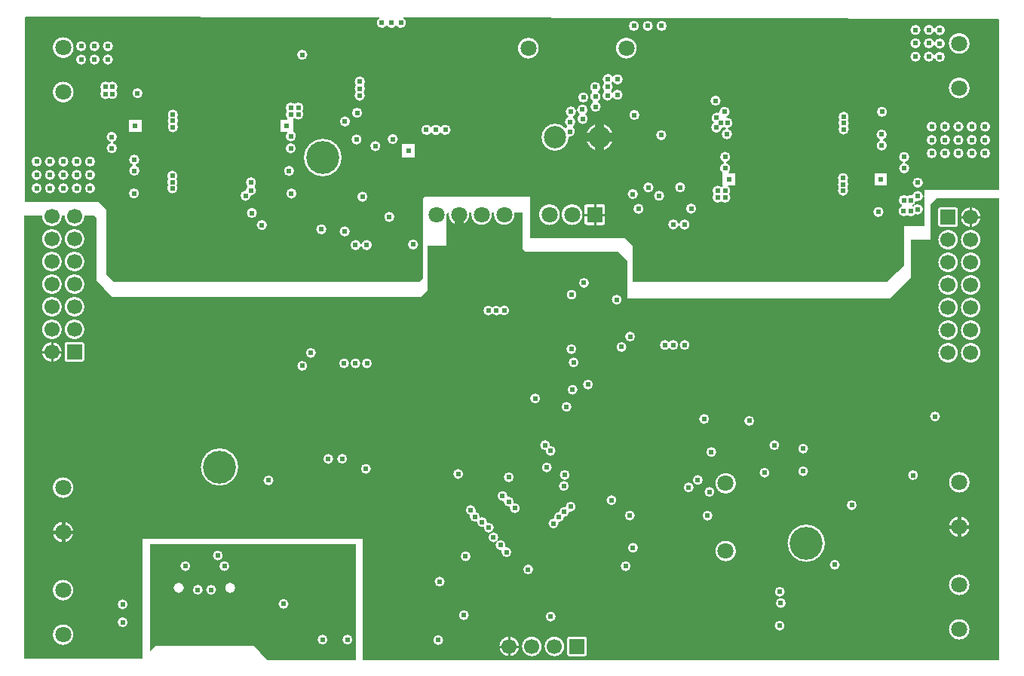
<source format=gbl>
G04 Layer: BottomLayer*
G04 EasyEDA Pro v2.1.57.773a98f1.225d47, 2025-02-25 21:56:38*
G04 Gerber Generator version 0.3*
G04 Scale: 100 percent, Rotated: No, Reflected: No*
G04 Dimensions in millimeters*
G04 Leading zeros omitted, absolute positions, 3 integers and 5 decimals*
%FSLAX35Y35*%
%MOMM*%
%ADD8191C,0.2032*%
%ADD10C,0.254*%
%ADD11C,1.0*%
%ADD12C,0.4*%
%ADD13C,3.7*%
%ADD14R,1.7X1.7*%
%ADD15C,1.7040*%
%ADD16C,1.7*%
%ADD17R,1.8X1.8*%
%ADD18C,1.8*%
%ADD19C,2.49999*%
%ADD20R,1.7X1.7*%
%ADD21R,1.7X1.7*%
%ADD22C,0.61*%
%ADD23C,0.6096*%
G75*


G04 Copper Start*
G36*
G01X7821984Y-1235344D02*
G01X7821984Y125999D01*
G01X5349989D01*
G01Y-1096998D01*
G01X5351531Y-1215447D01*
G01X5341925Y-1224346D01*
G01X4025654D01*
G01Y3755992D01*
G01X4223635D01*
G03X4223346Y3748000I110365J-7992D01*
G03X4334000Y3637346I110654J0D01*
G03X4444654Y3748000I0J110654D01*
G03X4444365Y3755992I-110654J0D01*
G01X4477635D01*
G03X4477346Y3748000I110365J-7992D01*
G03X4588000Y3637346I110654J0D01*
G03X4698654Y3748000I0J110654D01*
G03X4698365Y3755992I-110654J0D01*
G01X4805990D01*
G01X4832990Y3728992D01*
G01Y3031994D01*
G01X5005712Y2843850D01*
G01X8483839D01*
G01X8555368Y2915379D01*
G01Y3420993D01*
G01X8761982D01*
G01X8763982Y3422993D01*
G01Y3742366D01*
G03X8766635Y3766992I-113002J24626D01*
G03X8766605Y3769615I-115654J0D01*
G01X8791982Y3794992D01*
G01X8792768D01*
G03X8789327Y3766992I112213J-28000D01*
G03X8904981Y3651339I115654J0D01*
G03X9020635Y3766992I0J115654D01*
G03X9017194Y3794992I-115654J0D01*
G01X9046768D01*
G03X9043327Y3766992I112213J-28000D01*
G03X9158981Y3651339I115654J0D01*
G03X9274635Y3766992I0J115654D01*
G03X9271194Y3794992I-115654J0D01*
G01X9300768D01*
G03X9297327Y3766992I112213J-28000D01*
G03X9412981Y3651339I115654J0D01*
G03X9528635Y3766992I0J115654D01*
G03X9525194Y3794992I-115654J0D01*
G01X9621981D01*
G01Y3379993D01*
G01X9652981Y3348993D01*
G01X9654981Y3350993D01*
G01X10690979D01*
G01X10793454Y3248518D01*
G01Y2825469D01*
G01X13752972D01*
G01Y2830469D01*
G01X13979735Y3057231D01*
G01X13980674Y3489993D01*
G01X14199887Y3489517D01*
G01X14200001Y3494964D01*
G01Y3881392D01*
G01X14268756Y3951651D01*
G01X14974346D01*
G01Y-1235344D01*
G01X7821984D01*
G37*
%LPC*%
G36*
G01X12804974Y-134654D02*
G03X13015628Y76000I0J210654D01*
G03X12804974Y286654I-210654J0D01*
G03X12594320Y76000I0J-210654D01*
G03X12804974Y-134654I210654J0D01*
G37*
G36*
G01X6216988Y721344D02*
G03X6427642Y931998I0J210654D01*
G03X6216988Y1142652I-210654J0D01*
G03X6006334Y931998I0J-210654D01*
G03X6216988Y721344I210654J0D01*
G37*
G36*
G01X9183851Y250000D02*
G03X9240005Y193846I56154J0D01*
G03X9296159Y250000I0J56154D01*
G03X9240005Y306154I-56154J0D01*
G03X9220151Y302527I0J-56154D01*
G03X9221136Y312999I-55169J10472D01*
G03X9164982Y369153I-56154J0D01*
G03X9136734Y361531I0J-56154D01*
G03X9138136Y373999I-54752J12468D01*
G03X9090027Y429574I-56154J0D01*
G03X9093136Y447999I-53045J18425D01*
G03X9036982Y504153I-56154J0D01*
G03X8980828Y447999I0J-56154D01*
G03X9028937Y392424I56154J0D01*
G03X9025828Y373999I53045J-18425D01*
G03X9081982Y317845I56154J0D01*
G03X9110229Y325467I0J56154D01*
G03X9108828Y312999I54752J-12468D01*
G03X9164982Y256845I56154J0D01*
G03X9184836Y260472I0J56154D01*
G03X9183851Y250000I55169J-10472D01*
G37*
G36*
G01X9909826Y297999D02*
G03X9965980Y241845I56154J0D01*
G03X10022134Y297999I0J56154D01*
G03X10019275Y315690I-56154J0D01*
G03X10028980Y314845I9705J55309D01*
G03X10085122Y369852I0J56154D01*
G01X10085980Y369845D01*
G03X10142134Y425999I0J56154D01*
G03X10141568Y433949I-56154J0D01*
G03X10159980Y430845I18411J53050D01*
G03X10216134Y486999I0J56154D01*
G03X10159980Y543153I-56154J0D01*
G03X10103826Y486999I0J-56154D01*
G03X10104391Y479049I56154J0D01*
G03X10085980Y482153I-18411J-53050D01*
G03X10029837Y427147I0J-56154D01*
G01X10028980Y427153D01*
G03X9972826Y370999I0J-56154D01*
G03X9975685Y353308I56154J0D01*
G03X9965980Y354153I-9705J-55309D01*
G03X9909826Y297999I0J-56154D01*
G37*
G36*
G01X9476827Y468999D02*
G03X9532981Y412845I56154J0D01*
G03X9589135Y468999I0J56154D01*
G03X9532981Y525153I-56154J0D01*
G03X9516733Y522751I0J-56154D01*
G03X9520135Y541999I-52752J19248D01*
G03X9463981Y598153I-56154J0D01*
G03X9449272Y596192I0J-56154D01*
G03X9450135Y605999I-55291J9806D01*
G03X9393981Y662153I-56154J0D01*
G03X9337827Y605999I0J-56154D01*
G03X9393981Y549845I56154J0D01*
G03X9408690Y551805I0J56154D01*
G03X9407827Y541999I55291J-9806D01*
G03X9463981Y485845I56154J0D01*
G03X9480229Y488247I0J56154D01*
G03X9476827Y468999I52752J-19248D01*
G37*
G36*
G01X14407317Y260000D02*
G03X14522971Y144346I115654J0D01*
G03X14638625Y260000I0J115654D01*
G03X14522971Y375654I-115654J0D01*
G03X14407317Y260000I0J-115654D01*
G37*
G36*
G01X14522971Y644345D02*
G03X14638625Y759999I0J115654D01*
G03X14522971Y875653I-115654J0D01*
G03X14407317Y759999I0J-115654D01*
G03X14522971Y644345I115654J0D01*
G37*
G36*
G01X14406317Y-391999D02*
G03X14521971Y-507653I115654J0D01*
G03X14637625Y-391999I0J115654D01*
G03X14521971Y-276345I-115654J0D01*
G03X14406317Y-391999I0J-115654D01*
G37*
G36*
G01X14406317Y-891998D02*
G03X14521971Y-1007652I115654J0D01*
G03X14637625Y-891998I0J115654D01*
G03X14521971Y-776344I-115654J0D01*
G03X14406317Y-891998I0J-115654D01*
G37*
G36*
G01X4459991Y84466D02*
G03X4575645Y200119I0J115654D01*
G03X4459991Y315773I-115654J0D01*
G03X4344337Y200119I0J-115654D01*
G03X4459991Y84466I115654J0D01*
G37*
G36*
G01X4344337Y700118D02*
G03X4459991Y584465I115654J0D01*
G03X4575645Y700118I0J115654D01*
G03X4459991Y815772I-115654J0D01*
G03X4344337Y700118I0J-115654D01*
G37*
G36*
G01X4460000Y-1067533D02*
G03X4575654Y-951879I0J115654D01*
G03X4460000Y-836225I-115654J0D01*
G03X4344346Y-951879I0J-115654D01*
G03X4460000Y-1067533I115654J0D01*
G37*
G36*
G01X4460000Y-567534D02*
G03X4575654Y-451880I0J115654D01*
G03X4460000Y-336226I-115654J0D01*
G03X4344346Y-451880I0J-115654D01*
G03X4460000Y-567534I115654J0D01*
G37*
G36*
G01X11784322Y747996D02*
G03X11899976Y632342I115654J0D01*
G03X12015630Y747996I0J115654D01*
G03X11899976Y863650I-115654J0D01*
G03X11784322Y747996I0J-115654D01*
G37*
G36*
G01X11784322Y-11997D02*
G03X11899976Y-127651I115654J0D01*
G03X12015630Y-11997I0J115654D01*
G03X11899976Y103656I-115654J0D01*
G03X11784322Y-11997I0J-115654D01*
G37*
G36*
G01X4673000Y2113346D02*
G03X4698654Y2139000I0J25654D01*
G01Y2309000D01*
G03X4673000Y2334654I-25654J0D01*
G01X4503000D01*
G03X4477346Y2309000I0J-25654D01*
G01Y2139000D01*
G03X4503000Y2113346I25654J0D01*
G01X4673000D01*
G37*
G36*
G01X10316005Y-1194654D02*
G03X10341659Y-1169000I0J25654D01*
G01Y-999001D01*
G03X10316005Y-973347I-25654J0D01*
G01X10146006D01*
G03X10120352Y-999001I0J-25654D01*
G01Y-1169000D01*
G03X10146006Y-1194654I25654J0D01*
G01X10316005D01*
G37*
G36*
G01X4477346Y3240000D02*
G03X4588000Y3129346I110654J0D01*
G03X4698654Y3240000I0J110654D01*
G03X4588000Y3350654I-110654J0D01*
G03X4477346Y3240000I0J-110654D01*
G37*
G36*
G01X9469005Y-1194654D02*
G03X9579659Y-1084000I0J110654D01*
G03X9469005Y-973347I-110654J0D01*
G03X9358352Y-1084000I0J-110654D01*
G03X9469005Y-1194654I110654J0D01*
G37*
G36*
G01X9977005Y-1194654D02*
G03X10087659Y-1084000I0J110654D01*
G03X9977005Y-973347I-110654J0D01*
G03X9866352Y-1084000I0J-110654D01*
G03X9977005Y-1194654I110654J0D01*
G37*
G36*
G01X4334000Y3129346D02*
G03X4444654Y3240000I0J110654D01*
G03X4334000Y3350654I-110654J0D01*
G03X4223346Y3240000I0J-110654D01*
G03X4334000Y3129346I110654J0D01*
G37*
G36*
G01X9723005Y-1194654D02*
G03X9833659Y-1084000I0J110654D01*
G03X9723005Y-973347I-110654J0D01*
G03X9612352Y-1084000I0J-110654D01*
G03X9723005Y-1194654I110654J0D01*
G37*
G36*
G01X4334000Y2113346D02*
G03X4444654Y2224000I0J110654D01*
G03X4334000Y2334654I-110654J0D01*
G03X4223346Y2224000I0J-110654D01*
G03X4334000Y2113346I110654J0D01*
G37*
G36*
G01X14481971Y3628340D02*
G03X14507625Y3653994I0J25654D01*
G01Y3823994D01*
G03X14481971Y3849648I-25654J0D01*
G01X14311971D01*
G03X14286317Y3823994I0J-25654D01*
G01Y3653994D01*
G03X14311971Y3628340I25654J0D01*
G01X14481971D01*
G37*
G36*
G01X14540317Y2214994D02*
G03X14650971Y2104340I110654J0D01*
G03X14761625Y2214994I0J110654D01*
G03X14650971Y2325648I-110654J0D01*
G03X14540317Y2214994I0J-110654D01*
G37*
G36*
G01X4477346Y2732000D02*
G03X4588000Y2621346I110654J0D01*
G03X4698654Y2732000I0J110654D01*
G03X4588000Y2842654I-110654J0D01*
G03X4477346Y2732000I0J-110654D01*
G37*
G36*
G01X14540317Y3738994D02*
G03X14650971Y3628340I110654J0D01*
G03X14761625Y3738994I0J110654D01*
G03X14650971Y3849648I-110654J0D01*
G03X14540317Y3738994I0J-110654D01*
G37*
G36*
G01X4588000Y2367346D02*
G03X4698654Y2478000I0J110654D01*
G03X4588000Y2588654I-110654J0D01*
G03X4477346Y2478000I0J-110654D01*
G03X4588000Y2367346I110654J0D01*
G37*
G36*
G01X4588000Y3383346D02*
G03X4698654Y3494000I0J110654D01*
G03X4588000Y3604654I-110654J0D01*
G03X4477346Y3494000I0J-110654D01*
G03X4588000Y3383346I110654J0D01*
G37*
G36*
G01X14396971Y2358340D02*
G03X14507625Y2468994I0J110654D01*
G03X14396971Y2579648I-110654J0D01*
G03X14286317Y2468994I0J-110654D01*
G03X14396971Y2358340I110654J0D01*
G37*
G36*
G01X14650971Y2358340D02*
G03X14761625Y2468994I0J110654D01*
G03X14650971Y2579648I-110654J0D01*
G03X14540317Y2468994I0J-110654D01*
G03X14650971Y2358340I110654J0D01*
G37*
G36*
G01X14286317Y2214994D02*
G03X14396971Y2104340I110654J0D01*
G03X14507625Y2214994I0J110654D01*
G03X14396971Y2325648I-110654J0D01*
G03X14286317Y2214994I0J-110654D01*
G37*
G36*
G01X4223346Y2478000D02*
G03X4334000Y2367346I110654J0D01*
G03X4444654Y2478000I0J110654D01*
G03X4334000Y2588654I-110654J0D01*
G03X4223346Y2478000I0J-110654D01*
G37*
G36*
G01X14396971Y2612340D02*
G03X14507625Y2722994I0J110654D01*
G03X14396971Y2833648I-110654J0D01*
G03X14286317Y2722994I0J-110654D01*
G03X14396971Y2612340I110654J0D01*
G37*
G36*
G01X14540317Y2722994D02*
G03X14650971Y2612340I110654J0D01*
G03X14761625Y2722994I0J110654D01*
G03X14650971Y2833648I-110654J0D01*
G03X14540317Y2722994I0J-110654D01*
G37*
G36*
G01X4334000Y2621346D02*
G03X4444654Y2732000I0J110654D01*
G03X4334000Y2842654I-110654J0D01*
G03X4223346Y2732000I0J-110654D01*
G03X4334000Y2621346I110654J0D01*
G37*
G36*
G01X4223346Y3494000D02*
G03X4334000Y3383346I110654J0D01*
G03X4444654Y3494000I0J110654D01*
G03X4334000Y3604654I-110654J0D01*
G03X4223346Y3494000I0J-110654D01*
G37*
G36*
G01X14396971Y3374340D02*
G03X14507625Y3484994I0J110654D01*
G03X14396971Y3595648I-110654J0D01*
G03X14286317Y3484994I0J-110654D01*
G03X14396971Y3374340I110654J0D01*
G37*
G36*
G01X14650971Y2866340D02*
G03X14761625Y2976994I0J110654D01*
G03X14650971Y3087648I-110654J0D01*
G03X14540317Y2976994I0J-110654D01*
G03X14650971Y2866340I110654J0D01*
G37*
G36*
G01X14396971Y2866340D02*
G03X14507625Y2976994I0J110654D01*
G03X14396971Y3087648I-110654J0D01*
G03X14286317Y2976994I0J-110654D01*
G03X14396971Y2866340I110654J0D01*
G37*
G36*
G01X4477346Y2986000D02*
G03X4588000Y2875346I110654J0D01*
G03X4698654Y2986000I0J110654D01*
G03X4588000Y3096654I-110654J0D01*
G03X4477346Y2986000I0J-110654D01*
G37*
G36*
G01X4334000Y2875346D02*
G03X4444654Y2986000I0J110654D01*
G03X4334000Y3096654I-110654J0D01*
G03X4223346Y2986000I0J-110654D01*
G03X4334000Y2875346I110654J0D01*
G37*
G36*
G01X14650971Y3374340D02*
G03X14761625Y3484994I0J110654D01*
G03X14650971Y3595648I-110654J0D01*
G03X14540317Y3484994I0J-110654D01*
G03X14650971Y3374340I110654J0D01*
G37*
G36*
G01X14396971Y3120340D02*
G03X14507625Y3230994I0J110654D01*
G03X14396971Y3341648I-110654J0D01*
G03X14286317Y3230994I0J-110654D01*
G03X14396971Y3120340I110654J0D01*
G37*
G36*
G01X14650971Y3120340D02*
G03X14761625Y3230994I0J110654D01*
G03X14650971Y3341648I-110654J0D01*
G03X14540317Y3230994I0J-110654D01*
G03X14650971Y3120340I110654J0D01*
G37*
G36*
G01X9437981Y-81154D02*
G03X9494135Y-25000I0J56154D01*
G03X9437981Y31154I-56154J0D01*
G03X9421029Y28534I0J-56154D01*
G03X9427135Y54000I-50048J25466D01*
G03X9370981Y110154I-56154J0D01*
G03X9314827Y54000I0J-56154D01*
G03X9370981Y-2154I56154J0D01*
G03X9387933Y466I0J56154D01*
G03X9381827Y-25000I50048J-25466D01*
G03X9437981Y-81154I56154J0D01*
G37*
G36*
G01X9279561Y2654711D02*
G03X9324034Y2632841I44473J34284D01*
G03X9369278Y2655734I0J56154D01*
G03X9412981Y2634841I43703J35261D01*
G03X9469135Y2690995I0J56154D01*
G03X9412981Y2747149I-56154J0D01*
G03X9367737Y2724255I0J-56154D01*
G03X9324034Y2745149I-43703J-35261D01*
G03X9279561Y2723279I0J-56154D01*
G03X9235087Y2745149I-44473J-34284D01*
G03X9178933Y2688995I0J-56154D01*
G03X9235087Y2632841I56154J0D01*
G03X9279561Y2654711I0J56154D01*
G37*
G36*
G01X9877826Y1112998D02*
G03X9933980Y1056844I56154J0D01*
G03X9990134Y1112998I0J56154D01*
G03X9933980Y1169152I-56154J0D01*
G03X9927530Y1168780I0J-56154D01*
G03X9928134Y1176998I-55550J8218D01*
G03X9871980Y1233152I-56154J0D01*
G03X9815826Y1176998I0J-56154D01*
G03X9871980Y1120844I56154J0D01*
G03X9878431Y1121215I0J56154D01*
G03X9877826Y1112998I55550J-8218D01*
G37*
G36*
G01X11311977Y2245841D02*
G03X11368131Y2301995I0J56154D01*
G03X11311977Y2358149I-56154J0D01*
G03X11263977Y2331138I0J-56154D01*
G03X11215978Y2358149I-48000J-29143D01*
G03X11159824Y2301995I0J-56154D01*
G03X11215978Y2245841I56154J0D01*
G03X11263977Y2272853I0J56154D01*
G03X11311977Y2245841I48000J29143D01*
G37*
G36*
G01X5128990Y-668153D02*
G03X5185144Y-611999I0J56154D01*
G03X5128990Y-555845I-56154J0D01*
G03X5072836Y-611999I0J-56154D01*
G03X5128990Y-668153I56154J0D01*
G37*
G36*
G01X5072836Y-811998D02*
G03X5128990Y-868152I56154J0D01*
G03X5185144Y-811998I0J56154D01*
G03X5128990Y-755844I-56154J0D01*
G03X5072836Y-811998I0J-56154D01*
G37*
G36*
G01X8672983Y-1069154D02*
G03X8729137Y-1013000I0J56154D01*
G03X8672983Y-956846I-56154J0D01*
G03X8616829Y-1013000I0J-56154D01*
G03X8672983Y-1069154I56154J0D01*
G37*
G36*
G01X11382823Y2301995D02*
G03X11438977Y2245841I56154J0D01*
G03X11495131Y2301995I0J56154D01*
G03X11438977Y2358149I-56154J0D01*
G03X11382823Y2301995I0J-56154D01*
G37*
G36*
G01X7814830Y2095996D02*
G03X7870984Y2039842I56154J0D01*
G03X7927138Y2095996I0J56154D01*
G03X7870984Y2152150I-56154J0D01*
G03X7814830Y2095996I0J-56154D01*
G37*
G36*
G01X7241986Y2157842D02*
G03X7298140Y2213996I0J56154D01*
G03X7241986Y2270150I-56154J0D01*
G03X7185831Y2213996I0J-56154D01*
G03X7241986Y2157842I56154J0D01*
G37*
G36*
G01X7145649Y2011838D02*
G03X7201803Y2067992I0J56154D01*
G03X7145649Y2124146I-56154J0D01*
G03X7089495Y2067992I0J-56154D01*
G03X7145649Y2011838I56154J0D01*
G37*
G36*
G01X10673852Y2280001D02*
G03X10730006Y2223847I56154J0D01*
G03X10786160Y2280001I0J56154D01*
G03X10730006Y2336155I-56154J0D01*
G03X10673852Y2280001I0J-56154D01*
G37*
G36*
G01X10296825Y1857996D02*
G03X10352979Y1801842I56154J0D01*
G03X10409133Y1857996I0J56154D01*
G03X10352979Y1914150I-56154J0D01*
G03X10296825Y1857996I0J-56154D01*
G37*
G36*
G01X7859984Y855844D02*
G03X7916138Y911998I0J56154D01*
G03X7859984Y968152I-56154J0D01*
G03X7803830Y911998I0J-56154D01*
G03X7859984Y855844I56154J0D01*
G37*
G36*
G01X10123826Y1799996D02*
G03X10179980Y1743842I56154J0D01*
G03X10236134Y1799996I0J56154D01*
G03X10179980Y1856150I-56154J0D01*
G03X10123826Y1799996I0J-56154D01*
G37*
G36*
G01X10252825Y2999994D02*
G03X10308979Y2943840I56154J0D01*
G03X10365133Y2999994I0J56154D01*
G03X10308979Y3056148I-56154J0D01*
G03X10252825Y2999994I0J-56154D01*
G37*
G36*
G01X9703826Y1701997D02*
G03X9759980Y1645843I56154J0D01*
G03X9816135Y1701997I0J56154D01*
G03X9759980Y1758151I-56154J0D01*
G03X9703826Y1701997I0J-56154D01*
G37*
G36*
G01X7437820Y966567D02*
G03X7493974Y1022721I0J56154D01*
G03X7437820Y1078875I-56154J0D01*
G03X7381666Y1022721I0J-56154D01*
G03X7437820Y966567I56154J0D01*
G37*
G36*
G01X12713820Y883998D02*
G03X12769974Y827844I56154J0D01*
G03X12826129Y883998I0J56154D01*
G03X12769974Y940152I-56154J0D01*
G03X12713820Y883998I0J-56154D01*
G37*
G36*
G01X10113822Y2868361D02*
G03X10169976Y2812207I56154J0D01*
G03X10226130Y2868361I0J56154D01*
G03X10169976Y2924515I-56154J0D01*
G03X10113822Y2868361I0J-56154D01*
G37*
G36*
G01X9890980Y870844D02*
G03X9947134Y926998I0J56154D01*
G03X9890980Y983152I-56154J0D01*
G03X9834826Y926998I0J-56154D01*
G03X9890980Y870844I56154J0D01*
G37*
G36*
G01X7742985Y2039842D02*
G03X7799139Y2095996I0J56154D01*
G03X7742985Y2152150I-56154J0D01*
G03X7686830Y2095996I0J-56154D01*
G03X7742985Y2039842I56154J0D01*
G37*
G36*
G01X7593985Y967844D02*
G03X7650139Y1023998I0J56154D01*
G03X7593985Y1080152I-56154J0D01*
G03X7537831Y1023998I0J-56154D01*
G03X7593985Y967844I56154J0D01*
G37*
G36*
G01X10675979Y2755840D02*
G03X10732133Y2811994I0J56154D01*
G03X10675979Y2868148I-56154J0D01*
G03X10619825Y2811994I0J-56154D01*
G03X10675979Y2755840I56154J0D01*
G37*
G36*
G01X11682681Y1100024D02*
G03X11738835Y1043870I56154J0D01*
G03X11794989Y1100024I0J56154D01*
G03X11738835Y1156178I-56154J0D01*
G03X11682681Y1100024I0J-56154D01*
G37*
G36*
G01X7614985Y2039842D02*
G03X7671139Y2095996I0J56154D01*
G03X7614985Y2152150I-56154J0D01*
G03X7558831Y2095996I0J-56154D01*
G03X7614985Y2039842I56154J0D01*
G37*
G36*
G01X10056826Y1607997D02*
G03X10112980Y1551843I56154J0D01*
G03X10169134Y1607997I0J56154D01*
G03X10112980Y1664151I-56154J0D01*
G03X10056826Y1607997I0J-56154D01*
G37*
G36*
G01X10770824Y2396995D02*
G03X10826978Y2340841I56154J0D01*
G03X10883132Y2396995I0J56154D01*
G03X10826978Y2453149I-56154J0D01*
G03X10770824Y2396995I0J-56154D01*
G37*
G36*
G01X12769974Y1081844D02*
G03X12826129Y1137998I0J56154D01*
G03X12769974Y1194152I-56154J0D01*
G03X12713820Y1137998I0J-56154D01*
G03X12769974Y1081844I56154J0D01*
G37*
G36*
G01X10110830Y2256007D02*
G03X10166984Y2199853I56154J0D01*
G03X10223138Y2256007I0J56154D01*
G03X10166984Y2312161I-56154J0D01*
G03X10110830Y2256007I0J-56154D01*
G37*
G36*
G01X12445975Y1119844D02*
G03X12502129Y1175998I0J56154D01*
G03X12445975Y1232152I-56154J0D01*
G03X12389821Y1175998I0J-56154D01*
G03X12445975Y1119844I56154J0D01*
G37*
G36*
G01X10135830Y2107007D02*
G03X10191984Y2050853I56154J0D01*
G03X10248139Y2107007I0J56154D01*
G03X10191984Y2163162I-56154J0D01*
G03X10135830Y2107007I0J-56154D01*
G37*
G36*
G01X12164976Y1393843D02*
G03X12221130Y1449997I0J56154D01*
G03X12164976Y1506151I-56154J0D01*
G03X12108822Y1449997I0J-56154D01*
G03X12164976Y1393843I56154J0D01*
G37*
G36*
G01X11657977Y1414843D02*
G03X11714131Y1470997I0J56154D01*
G03X11657977Y1527151I-56154J0D01*
G03X11601823Y1470997I0J-56154D01*
G03X11657977Y1414843I56154J0D01*
G37*
G36*
G01X14250008Y1443847D02*
G03X14306162Y1500001I0J56154D01*
G03X14250008Y1556155I-56154J0D01*
G03X14193854Y1500001I0J-56154D01*
G03X14250008Y1443847I56154J0D01*
G37*
G36*
G01X12504975Y-907152D02*
G03X12561129Y-850998I0J56154D01*
G03X12504975Y-794844I-56154J0D01*
G03X12448821Y-850998I0J-56154D01*
G03X12504975Y-907152I56154J0D01*
G37*
G36*
G01X9464981Y760844D02*
G03X9521135Y816998I0J56154D01*
G03X9464981Y873152I-56154J0D01*
G03X9408827Y816998I0J-56154D01*
G03X9464981Y760844I56154J0D01*
G37*
G36*
G01X10822740Y330352D02*
G03X10878894Y386506I0J56154D01*
G03X10822740Y442660I-56154J0D01*
G03X10766586Y386506I0J-56154D01*
G03X10822740Y330352I56154J0D01*
G37*
G36*
G01X12335975Y811844D02*
G03X12392129Y867998I0J56154D01*
G03X12335975Y924152I-56154J0D01*
G03X12279821Y867998I0J-56154D01*
G03X12335975Y811844I56154J0D01*
G37*
G36*
G01X14002972Y783844D02*
G03X14059126Y839998I0J56154D01*
G03X14002972Y896152I-56154J0D01*
G03X13946818Y839998I0J-56154D01*
G03X14002972Y783844I56154J0D01*
G37*
G36*
G01X8896982Y796844D02*
G03X8953136Y852998I0J56154D01*
G03X8896982Y909152I-56154J0D01*
G03X8840828Y852998I0J-56154D01*
G03X8896982Y796844I56154J0D01*
G37*
G36*
G01X11530823Y785998D02*
G03X11586977Y729844I56154J0D01*
G03X11643131Y785998I0J56154D01*
G03X11586977Y842152I-56154J0D01*
G03X11530823Y785998I0J-56154D01*
G37*
G36*
G01X10092980Y786844D02*
G03X10149134Y842998I0J56154D01*
G03X10092980Y899152I-56154J0D01*
G03X10036826Y842998I0J-56154D01*
G03X10092980Y786844I56154J0D01*
G37*
G36*
G01X9235827Y142000D02*
G03X9291981Y85846I56154J0D01*
G03X9348135Y142000I0J56154D01*
G03X9291981Y198154I-56154J0D01*
G03X9235827Y142000I0J-56154D01*
G37*
G36*
G01X10858978Y-31154D02*
G03X10915132Y25000I0J56154D01*
G03X10858978Y81154I-56154J0D01*
G03X10802824Y25000I0J-56154D01*
G03X10858978Y-31154I56154J0D01*
G37*
G36*
G01X8979982Y-128153D02*
G03X9036136Y-71999I0J56154D01*
G03X8979982Y-15845I-56154J0D01*
G03X8923828Y-71999I0J-56154D01*
G03X8979982Y-128153I56154J0D01*
G37*
G36*
G01X13067820Y-167000D02*
G03X13123974Y-223154I56154J0D01*
G03X13180128Y-167000I0J56154D01*
G03X13123974Y-110846I-56154J0D01*
G03X13067820Y-167000I0J-56154D01*
G37*
G36*
G01X10776978Y-238154D02*
G03X10833133Y-182000I0J56154D01*
G03X10776978Y-125846I-56154J0D01*
G03X10720824Y-182000I0J-56154D01*
G03X10776978Y-238154I56154J0D01*
G37*
G36*
G01X9682383Y-275489D02*
G03X9738537Y-219335I0J56154D01*
G03X9682383Y-163181I-56154J0D01*
G03X9626229Y-219335I0J-56154D01*
G03X9682383Y-275489I56154J0D01*
G37*
G36*
G01X8903828Y-733001D02*
G03X8959982Y-789155I56154J0D01*
G03X9016136Y-733001I0J56154D01*
G03X8959982Y-676846I-56154J0D01*
G03X8903828Y-733001I0J-56154D01*
G37*
G36*
G01X6767002Y724844D02*
G03X6823156Y780998I0J56154D01*
G03X6767002Y837153I-56154J0D01*
G03X6710848Y780998I0J-56154D01*
G03X6767002Y724844I56154J0D01*
G37*
G36*
G01X13258820Y502999D02*
G03X13314974Y446845I56154J0D01*
G03X13371128Y502999I0J56154D01*
G03X13314974Y559153I-56154J0D01*
G03X13258820Y502999I0J-56154D01*
G37*
G36*
G01X10082980Y661844D02*
G03X10139134Y717999I0J56154D01*
G03X10082980Y774153I-56154J0D01*
G03X10026826Y717999I0J-56154D01*
G03X10082980Y661844I56154J0D01*
G37*
G36*
G01X12506975Y-525153D02*
G03X12563129Y-468999I0J56154D01*
G03X12506975Y-412845I-56154J0D01*
G03X12450821Y-468999I0J-56154D01*
G03X12506975Y-525153I56154J0D01*
G37*
G36*
G01X11484977Y646845D02*
G03X11541131Y702999I0J56154D01*
G03X11484977Y759153I-56154J0D01*
G03X11428823Y702999I0J-56154D01*
G03X11484977Y646845I56154J0D01*
G37*
G36*
G01X10617979Y502845D02*
G03X10674133Y558999I0J56154D01*
G03X10617979Y615153I-56154J0D01*
G03X10561825Y558999I0J-56154D01*
G03X10617979Y502845I56154J0D01*
G37*
G36*
G01X9934980Y-805153D02*
G03X9991134Y-748999I0J56154D01*
G03X9934980Y-692844I-56154J0D01*
G03X9878826Y-748999I0J-56154D01*
G03X9934980Y-805153I56154J0D01*
G37*
G36*
G01X11717977Y595845D02*
G03X11774131Y651999I0J56154D01*
G03X11717977Y708153I-56154J0D01*
G03X11661822Y651999I0J-56154D01*
G03X11717977Y595845I56154J0D01*
G37*
G36*
G01X8688034Y-411967D02*
G03X8744188Y-355813I0J56154D01*
G03X8688034Y-299659I-56154J0D01*
G03X8631880Y-355813I0J-56154D01*
G03X8688034Y-411967I56154J0D01*
G37*
G36*
G01X11639823Y384999D02*
G03X11695977Y328845I56154J0D01*
G03X11752131Y384999I0J56154D01*
G03X11695977Y441153I-56154J0D01*
G03X11639823Y384999I0J-56154D01*
G37*
G36*
G01X12518975Y-653153D02*
G03X12575129Y-596999I0J56154D01*
G03X12518975Y-540845I-56154J0D01*
G03X12462821Y-596999I0J-56154D01*
G03X12518975Y-653153I56154J0D01*
G37*
%LPD*%
G36*
G01X10867978Y3018154D02*
G03X10864517Y3017546I0J-10160D01*
G01Y3412138D01*
G03X10861541Y3419322I-10160J0D01*
G01X10776686Y3504177D01*
G03X10769502Y3507153I-7184J-7184D01*
G01X9711141D01*
G01Y3970992D01*
G03X9700981Y3981152I-10160J0D01*
G01X8527983D01*
G03X8520799Y3978176I0J-10160D01*
G01X8493799Y3951176D01*
G03X8490823Y3943992I7184J-7184D01*
G01Y3051202D01*
G01X8460775Y3021154D01*
G01X5256989D01*
G03X5249805Y3018178I0J-10160D01*
G01X5249781Y3018154D01*
G01X5032198D01*
G01X4956114Y3094239D01*
G01Y3821332D01*
G03X4953138Y3828516I-10160J0D01*
G01X4863286Y3918370D01*
G03X4856101Y3921345I-7184J-7184D01*
G01X4035814D01*
G01Y5987397D01*
G01X8003273Y5977865D01*
G03X7972671Y5921988I35711J-55877D01*
G03X8038985Y5855674I66314J0D01*
G03X8092763Y5883188I0J66314D01*
G03X8146541Y5855674I53778J38801D01*
G03X8200319Y5883188I0J66314D01*
G03X8254097Y5855674I53778J38801D01*
G03X8320411Y5921988I0J66314D01*
G03X8290867Y5977174I-66314J0D01*
G01X14964186Y5961141D01*
G01Y4055152D01*
G01X14132972D01*
G03X14122812Y4044992I0J-10160D01*
G01Y3983900D01*
G03X14056971Y4042306I-65841J-7908D01*
G03X13993160Y3994040I0J-66314D01*
G03X13975972Y3996306I-17188J-64048D01*
G03X13937993Y3984354I0J-66314D01*
G03X13900002Y3996315I-37991J-54353D01*
G03X13833688Y3930001I0J-66314D01*
G03X13875499Y3868380I66314J0D01*
G03X13831688Y3806001I22504J-62379D01*
G03X13898002Y3739687I66314J0D01*
G03X13936990Y3752358I0J66314D01*
G03X13975977Y3739687I38987J53643D01*
G03X14028828Y3765946I0J66314D01*
G03X14056971Y3759678I28143J60046D01*
G03X14122812Y3818084I0J66314D01*
G01Y3647201D01*
G01X14121763Y3646153D01*
G01X13910972D01*
G03X13903788Y3643177I0J-10160D01*
G01X13893788Y3633177D01*
G03X13890812Y3625993I7184J-7184D01*
G01Y3197994D01*
G01X13890948Y3196338D01*
G01X13712764Y3018154D01*
G01X10867978D01*
G37*
%LPC*%
G36*
G01X9823166Y4636991D02*
G03X9983980Y4476177I160814J0D01*
G03X10144764Y4633893I0J160814D01*
G03X10150000Y4633686I5236J66107D01*
G03X10216314Y4700000I0J66314D01*
G03X10188716Y4753840I-66314J0D01*
G03X10219860Y4810059I-35169J56220D01*
G03X10190080Y4865402I-66314J0D01*
G03X10227294Y4924990I-29100J59588D01*
G03X10227159Y4929217I-66314J0D01*
G03X10252937Y4893077I63763J18218D01*
G03X10227665Y4840990I41042J-52087D01*
G03X10293979Y4774676I66314J0D01*
G03X10360293Y4840990I0J66314D01*
G03X10331964Y4895348I-66314J0D01*
G03X10357236Y4947435I-41042J52087D01*
G03X10290922Y5013749I-66314J0D01*
G03X10224607Y4947435I0J-66314D01*
G03X10224742Y4943208I66314J0D01*
G03X10160980Y4991304I-63763J-18218D01*
G03X10094666Y4924990I0J-66314D01*
G03X10124446Y4869647I66314J0D01*
G03X10087232Y4810059I29100J-59588D01*
G03X10114831Y4756220I66314J0D01*
G03X10102221Y4745986I35169J-56220D01*
G03X9983980Y4797804I-118241J-108996D01*
G03X9823166Y4636991I0J-160814D01*
G37*
G36*
G01X7155171Y4407991D02*
G03X7375985Y4187177I220814J0D01*
G03X7596799Y4407991I0J220814D01*
G03X7375985Y4628805I-220814J0D01*
G03X7155171Y4407991I0J-220814D01*
G37*
G36*
G01X11742845Y3958001D02*
G03X11809160Y3891687I66314J0D01*
G03X11852083Y3907452I0J66314D01*
G03X11895006Y3891687I42923J50548D01*
G03X11961321Y3958001I0J66314D01*
G03X11948478Y3997223I-66314J0D01*
G03X11960821Y4035754I-53971J38531D01*
G03X11934318Y4088789I-66314J0D01*
G01X12007788D01*
G03X12017973Y4098974I0J10185D01*
G01Y4229037D01*
G03X12007788Y4239223I-10185J0D01*
G01X11938866D01*
G03X11960821Y4288515I-44360J49293D01*
G03X11913620Y4352015I-66314J0D01*
G03X11960821Y4415515I-19113J63500D01*
G03X11894507Y4481829I-66314J0D01*
G03X11828192Y4415515I0J-66314D01*
G03X11875394Y4352015I66314J0D01*
G03X11828192Y4288515I19113J-63500D01*
G03X11859178Y4232395I66314J0D01*
G03X11858609Y4229037I9616J-3358D01*
G01Y4098974D01*
G03X11860693Y4092800I10185J0D01*
G03X11851903Y4086572I33813J-57046D01*
G03X11809007Y4102315I-42896J-50572D01*
G03X11742693Y4036001I0J-66314D01*
G03X11755450Y3996896I66314J0D01*
G03X11742845Y3958001I53710J-38895D01*
G37*
G36*
G01X7016986Y4580677D02*
G03X7083300Y4646991I0J66314D01*
G03X7050171Y4704404I-66314J0D01*
G01Y4832054D01*
G03X7049770Y4834886I-10185J0D01*
G03X7059096Y4841428I-33277J57360D01*
G03X7101992Y4825686I42896J50572D01*
G03X7168306Y4892000I0J66314D01*
G03X7155549Y4931105I-66314J0D01*
G03X7168154Y4970000I-53710J38895D01*
G03X7101839Y5036314I-66314J0D01*
G03X7058916Y5020548I0J-66314D01*
G03X7015993Y5036314I-42923J-50548D01*
G03X6949679Y4970000I0J-66314D01*
G03X6962521Y4930777I66314J0D01*
G03X6950178Y4892246I53971J-38531D01*
G03X6972939Y4842239I66314J0D01*
G01X6900993D01*
G03X6890807Y4832054I0J-10185D01*
G01Y4701991D01*
G03X6900993Y4691805I10185J0D01*
G01X6968106D01*
G03X6950672Y4646991I48880J-44814D01*
G03X7016986Y4580677I66314J0D01*
G37*
G36*
G01X10483979Y4476177D02*
G03X10644793Y4636991I0J160814D01*
G03X10483979Y4797804I-160814J0D01*
G03X10323165Y4636991I0J-160814D01*
G03X10483979Y4476177I160814J0D01*
G37*
G36*
G01X11847006Y4669515D02*
G03X11913320Y4603201I66314J0D01*
G03X11979634Y4669515I0J66314D01*
G03X11932347Y4733041I-66314J0D01*
G03X11985320Y4797999I-13341J64958D01*
G03X11919006Y4864313I-66314J0D01*
G01X11917867Y4864303D01*
G03X11953321Y4922999I-30861J58695D01*
G03X11887006Y4989313I-66314J0D01*
G03X11820692Y4922999I0J-66314D01*
G03X11820913Y4917590I66314J0D01*
G03X11799007Y4921313I-21907J-62591D01*
G03X11732693Y4854999I0J-66314D01*
G03X11760037Y4801343I66314J0D01*
G03X11728693Y4744999I34970J-56344D01*
G03X11795007Y4678685I66314J0D01*
G03X11860277Y4733283I0J66314D01*
G03X11882408Y4742699I-14469J64716D01*
G03X11899979Y4734473I36599J55300D01*
G03X11847006Y4669515I13341J-64958D01*
G37*
G36*
G01X10506665Y5103990D02*
G03X10572979Y5037676I66314J0D01*
G03X10632507Y5074768I0J66314D01*
G03X10685979Y5047676I53471J39222D01*
G03X10752293Y5113990I0J66314D01*
G03X10685979Y5180304I-66314J0D01*
G03X10626450Y5143212I0J-66314D01*
G03X10618887Y5151844I-53471J-39222D01*
G03X10640678Y5200990I-44523J49146D01*
G03X10624323Y5244598I-66314J0D01*
G03X10630499Y5252239I-48344J45392D01*
G03X10686979Y5220675I56480J34751D01*
G03X10753293Y5286989I0J66314D01*
G03X10686979Y5353303I-66314J0D01*
G03X10632458Y5324740I0J-66314D01*
G03X10575979Y5356303I-56480J-34751D01*
G03X10509665Y5289989I0J-66314D01*
G03X10526020Y5246381I66314J0D01*
G03X10508050Y5200990I48344J-45392D01*
G03X10528456Y5153135I66314J0D01*
G03X10506665Y5103990I44523J-49146D01*
G37*
G36*
G01X9920981Y3641179D02*
G03X10046795Y3766992I0J125814D01*
G03X9920981Y3892806I-125814J0D01*
G03X9795167Y3766992I0J-125814D01*
G03X9920981Y3641179I125814J0D01*
G37*
G36*
G01X10174981Y3641179D02*
G03X10300795Y3766992I0J125814D01*
G03X10174981Y3892806I-125814J0D01*
G03X10049167Y3766992I0J-125814D01*
G03X10174981Y3641179I125814J0D01*
G37*
G36*
G01X4335185Y5642989D02*
G03X4460999Y5517175I125814J0D01*
G03X4586813Y5642989I0J125814D01*
G03X4460999Y5768803I-125814J0D01*
G03X4335185Y5642989I0J-125814D01*
G37*
G36*
G01X10783978Y5511175D02*
G03X10909792Y5636989I0J125814D01*
G03X10783978Y5762803I-125814J0D01*
G03X10658165Y5636989I0J-125814D01*
G03X10783978Y5511175I125814J0D01*
G37*
G36*
G01X10303167Y3676993D02*
G03X10338981Y3641179I35814J0D01*
G01X10518981D01*
G03X10554795Y3676993I0J35814D01*
G01Y3856992D01*
G03X10518981Y3892806I-35814J0D01*
G01X10338981D01*
G03X10303167Y3856992I0J-35814D01*
G01Y3676993D01*
G37*
G36*
G01X9558167Y5636989D02*
G03X9683981Y5511175I125814J0D01*
G03X9809794Y5636989I0J125814D01*
G03X9683981Y5762803I-125814J0D01*
G03X9558167Y5636989I0J-125814D01*
G37*
G36*
G01X14396175Y5689989D02*
G03X14521988Y5564175I125814J0D01*
G03X14647802Y5689989I0J125814D01*
G03X14521988Y5815802I-125814J0D01*
G03X14396175Y5689989I0J-125814D01*
G37*
G36*
G01X14396175Y5189990D02*
G03X14521988Y5064176I125814J0D01*
G03X14647802Y5189990I0J125814D01*
G03X14521988Y5315803I-125814J0D01*
G03X14396175Y5189990I0J-125814D01*
G37*
G36*
G01X4460999Y5017176D02*
G03X4586813Y5142990I0J125814D01*
G03X4460999Y5268804I-125814J0D01*
G03X4335185Y5142990I0J-125814D01*
G03X4460999Y5017176I125814J0D01*
G37*
G36*
G01X6442614Y3978936D02*
G03X6508928Y3912622I66314J0D01*
G03X6575048Y3973874I0J66314D01*
G03X6636301Y4039995I-5062J66121D01*
G03X6618697Y4084993I-66314J0D01*
G03X6636301Y4129992I-48710J44998D01*
G03X6569987Y4196306I-66314J0D01*
G03X6503673Y4129992I0J-66314D01*
G03X6521276Y4084993I66314J0D01*
G03X6503866Y4045057I48710J-44998D01*
G03X6442614Y3978936I5062J-66121D01*
G37*
G36*
G01X10438979Y4912676D02*
G03X10505293Y4978990I0J66314D01*
G03X10471429Y5036822I-66314J0D01*
G03X10503276Y5093476I-34467J56653D01*
G03X10474781Y5147949I-66314J0D01*
G03X10501293Y5200990I-39802J53041D01*
G03X10434979Y5267304I-66314J0D01*
G03X10368665Y5200990I0J-66314D01*
G03X10397160Y5146517I66314J0D01*
G03X10370648Y5093476I39802J-53041D01*
G03X10404513Y5035643I66314J0D01*
G03X10372665Y4978990I34467J-56653D01*
G03X10438979Y4912676I66314J0D01*
G37*
G36*
G01X8472113Y4719314D02*
G03X8538427Y4653000I66314J0D01*
G03X8592205Y4680514I0J66314D01*
G03X8645983Y4653000I53778J38801D01*
G03X8699761Y4680514I0J66314D01*
G03X8753540Y4653000I53778J38801D01*
G03X8819854Y4719314I0J66314D01*
G03X8753540Y4785628I-66314J0D01*
G03X8699761Y4758115I0J-66314D01*
G03X8645983Y4785628I-53778J-38801D01*
G03X8592205Y4758115I0J-66314D01*
G03X8538427Y4785628I-53778J-38801D01*
G03X8472113Y4719314I0J-66314D01*
G37*
G36*
G01X5012997Y5055685D02*
G03X5079311Y5121999I0J66314D01*
G03X5064720Y5163499I-66314J0D01*
G03X5079311Y5204999I-51723J41500D01*
G03X5012997Y5271313I-66314J0D01*
G03X4974009Y5258642I0J-66314D01*
G03X4935022Y5271313I-38987J-53643D01*
G03X4868708Y5204999I0J-66314D01*
G03X4883298Y5163499I66314J0D01*
G03X4868708Y5121999I51723J-41500D01*
G03X4935022Y5055685I66314J0D01*
G03X4974009Y5068357I0J66314D01*
G03X5012997Y5055685I38987J53643D01*
G37*
G36*
G01X7723665Y5102993D02*
G03X7789979Y5036679I66314J0D01*
G03X7856293Y5102993I0J66314D01*
G03X7843364Y5142332I-66314J0D01*
G03X7857293Y5182993I-52385J40661D01*
G03X7844364Y5222332I-66314J0D01*
G03X7858293Y5262993I-52385J40661D01*
G03X7791979Y5329307I-66314J0D01*
G03X7725665Y5262993I0J-66314D01*
G03X7738593Y5223654I66314J0D01*
G03X7724665Y5182993I52385J-40661D01*
G03X7737593Y5143654I66314J0D01*
G03X7723665Y5102993I52385J-40661D01*
G37*
G36*
G01X5692995Y4682686D02*
G03X5759309Y4749000I0J66314D01*
G03X5749007Y4784500I-66314J0D01*
G03X5759309Y4820000I-56012J35500D01*
G03X5749007Y4855500I-66314J0D01*
G03X5759309Y4891000I-56012J35500D01*
G03X5692995Y4957314I-66314J0D01*
G03X5626681Y4891000I0J-66314D01*
G03X5636984Y4855500I66314J0D01*
G03X5626681Y4820000I56012J-35500D01*
G03X5636984Y4784500I66314J0D01*
G03X5626681Y4749000I56012J-35500D01*
G03X5692995Y4682686I66314J0D01*
G37*
G36*
G01X13151690Y4037000D02*
G03X13218004Y3970686I66314J0D01*
G03X13284318Y4037000I0J66314D01*
G03X13274015Y4072500I-66314J0D01*
G03X13284318Y4108000I-56012J35500D01*
G03X13274015Y4143500I-66314J0D01*
G03X13284318Y4179001I-56012J35500D01*
G03X13218004Y4245315I-66314J0D01*
G03X13151690Y4179001I0J-66314D01*
G03X13161992Y4143500I66314J0D01*
G03X13151690Y4108000I56012J-35500D01*
G03X13161992Y4072500I66314J0D01*
G03X13151690Y4037000I56012J-35500D01*
G37*
G36*
G01X5686995Y3995700D02*
G03X5753309Y4062014I0J66314D01*
G03X5743007Y4097514I-66314J0D01*
G03X5753309Y4133014I-56012J35500D01*
G03X5743007Y4168514I-66314J0D01*
G03X5753309Y4204014I-56012J35500D01*
G03X5686995Y4270328I-66314J0D01*
G03X5620681Y4204014I0J-66314D01*
G03X5630984Y4168514I66314J0D01*
G03X5620681Y4133014I56012J-35500D01*
G03X5630984Y4097514I66314J0D01*
G03X5620681Y4062014I56012J-35500D01*
G03X5686995Y3995700I66314J0D01*
G37*
G36*
G01X13224004Y4657672D02*
G03X13290318Y4723986I0J66314D01*
G03X13280015Y4759486I-66314J0D01*
G03X13290318Y4794986I-56012J35500D01*
G03X13280015Y4830486I-66314J0D01*
G03X13290318Y4865986I-56012J35500D01*
G03X13224004Y4932300I-66314J0D01*
G03X13157690Y4865986I0J-66314D01*
G03X13167992Y4830486I66314J0D01*
G03X13157690Y4794986I56012J-35500D01*
G03X13167992Y4759486I66314J0D01*
G03X13157690Y4723986I56012J-35500D01*
G03X13224004Y4657672I66314J0D01*
G37*
G36*
G01X11374177Y3636908D02*
G03X11437977Y3588679I63800J18085D01*
G03X11504291Y3654993I0J66314D01*
G03X11437977Y3721307I-66314J0D01*
G03X11374778Y3675078I0J-66314D01*
G03X11310977Y3723307I-63800J-18085D01*
G03X11244663Y3656993I0J-66314D01*
G03X11310977Y3590679I66314J0D01*
G03X11374177Y3636908I0J66314D01*
G37*
G36*
G01X14304971Y5622675D02*
G03X14371285Y5688989I0J66314D01*
G03X14304971Y5755303I-66314J0D01*
G03X14243539Y5713963I0J-66314D01*
G03X14180972Y5758303I-62568J-21974D01*
G03X14114658Y5691989I0J-66314D01*
G03X14180972Y5625675I66314J0D01*
G03X14242404Y5667015I0J66314D01*
G03X14304971Y5622675I62568J21974D01*
G37*
G36*
G01X14304971Y5472675D02*
G03X14371285Y5538989I0J66314D01*
G03X14304971Y5605303I-66314J0D01*
G03X14243539Y5563963I0J-66314D01*
G03X14180972Y5608303I-62568J-21974D01*
G03X14114658Y5541989I0J-66314D01*
G03X14180972Y5475675I66314J0D01*
G03X14242404Y5517015I0J66314D01*
G03X14304971Y5472675I62568J21974D01*
G37*
G36*
G01X14304971Y5772675D02*
G03X14371285Y5838989I0J66314D01*
G03X14304971Y5905303I-66314J0D01*
G03X14243539Y5863963I0J-66314D01*
G03X14180972Y5908303I-62568J-21974D01*
G03X14114658Y5841989I0J-66314D01*
G03X14180972Y5775675I66314J0D01*
G03X14242404Y5817015I0J66314D01*
G03X14304971Y5772675I62568J21974D01*
G37*
G36*
G01X5006858Y4446171D02*
G03X5073172Y4512485I0J66314D01*
G03X5023647Y4576639I-66314J0D01*
G03X5073172Y4640792I-16790J64153D01*
G03X5006858Y4707106I-66314J0D01*
G03X4940544Y4640792I0J-66314D01*
G03X4990068Y4576639I66314J0D01*
G03X4940544Y4512485I16790J-64153D01*
G03X5006858Y4446171I66314J0D01*
G37*
G36*
G01X13837827Y4287208D02*
G03X13904141Y4220894I66314J0D01*
G03X13970455Y4287208I0J66314D01*
G03X13920931Y4351362I-66314J0D01*
G03X13970455Y4415515I-16790J64153D01*
G03X13904141Y4481829I-66314J0D01*
G03X13837827Y4415515I0J-66314D01*
G03X13887352Y4351362I66314J0D01*
G03X13837827Y4287208I16790J-64153D01*
G37*
G36*
G01X7869984Y3358679D02*
G03X7936298Y3424993I0J66314D01*
G03X7869984Y3491307I-66314J0D01*
G03X7806484Y3444107I0J-66314D01*
G03X7742985Y3491307I-63500J-19113D01*
G03X7676670Y3424993I0J-66314D01*
G03X7742985Y3358679I66314J0D01*
G03X7806484Y3405880I0J66314D01*
G03X7869984Y3358679I63500J19113D01*
G37*
G36*
G01X5259996Y4193687D02*
G03X5326310Y4260001I0J66314D01*
G03X5281655Y4322678I-66314J0D01*
G03X5325310Y4385001I-22659J62323D01*
G03X5258996Y4451315I-66314J0D01*
G03X5192682Y4385001I0J-66314D01*
G03X5237337Y4322324I66314J0D01*
G03X5193682Y4260001I22659J-62323D01*
G03X5259996Y4193687I66314J0D01*
G37*
G36*
G01X13652003Y4476685D02*
G03X13718317Y4543000I0J66314D01*
G03X13673662Y4605677I-66314J0D01*
G03X13717317Y4667999I-22659J62323D01*
G03X13651003Y4734313I-66314J0D01*
G03X13584689Y4667999I0J-66314D01*
G03X13629344Y4605322I66314J0D01*
G03X13585689Y4543000I22659J-62323D01*
G03X13652003Y4476685I66314J0D01*
G37*
G36*
G01X8258798Y4406991D02*
G03X8268983Y4396806I10185J0D01*
G01X8405983D01*
G03X8416169Y4406991I0J10185D01*
G01Y4558991D01*
G03X8405983Y4569176I-10185J0D01*
G01X8268983D01*
G03X8258798Y4558991I0J-10185D01*
G01Y4406991D01*
G37*
G36*
G01X5337716Y4690274D02*
G03X5347901Y4700459I0J10185D01*
G01Y4830522D01*
G03X5337716Y4840708I-10185J0D01*
G01X5198722D01*
G03X5188537Y4830522I0J-10185D01*
G01Y4700459D01*
G03X5198722Y4690274I10185J0D01*
G01X5337716D01*
G37*
G36*
G01X13560793Y4099966D02*
G03X13570978Y4089780I10185J0D01*
G01X13709972D01*
G03X13720157Y4099966I0J10185D01*
G01Y4230029D01*
G03X13709972Y4240215I-10185J0D01*
G01X13570978D01*
G03X13560793Y4230029I0J-10185D01*
G01Y4099966D01*
G37*
G36*
G01X6579987Y3719678D02*
G03X6646301Y3785992I0J66314D01*
G03X6579987Y3852306I-66314J0D01*
G03X6513673Y3785992I0J-66314D01*
G03X6579987Y3719678I66314J0D01*
G37*
G36*
G01X10965664Y4072992D02*
G03X11031978Y4006678I66314J0D01*
G03X11098292Y4072992I0J66314D01*
G03X11031978Y4139306I-66314J0D01*
G03X10965664Y4072992I0J-66314D01*
G37*
G36*
G01X11785976Y4980676D02*
G03X11852290Y5046990I0J66314D01*
G03X11785976Y5113304I-66314J0D01*
G03X11719662Y5046990I0J-66314D01*
G03X11785976Y4980676I66314J0D01*
G37*
G36*
G01X4746676Y5508989D02*
G03X4812990Y5442675I66314J0D01*
G03X4879304Y5508989I0J66314D01*
G03X4812990Y5575303I-66314J0D01*
G03X4746676Y5508989I0J-66314D01*
G37*
G36*
G01X10854664Y3831992D02*
G03X10920978Y3765678I66314J0D01*
G03X10987292Y3831992I0J66314D01*
G03X10920978Y3898306I-66314J0D01*
G03X10854664Y3831992I0J-66314D01*
G37*
G36*
G01X6931365Y4258485D02*
G03X6997679Y4192171I66314J0D01*
G03X7063993Y4258485I0J66314D01*
G03X6997679Y4324799I-66314J0D01*
G03X6931365Y4258485I0J-66314D01*
G37*
G36*
G01X10802664Y5886988D02*
G03X10868978Y5820674I66314J0D01*
G03X10935292Y5886988I0J66314D01*
G03X10868978Y5953302I-66314J0D01*
G03X10802664Y5886988I0J-66314D01*
G37*
G36*
G01X5229682Y5130999D02*
G03X5295996Y5064685I66314J0D01*
G03X5362310Y5130999I0J66314D01*
G03X5295996Y5197313I-66314J0D01*
G03X5229682Y5130999I0J-66314D01*
G37*
G36*
G01X11511977Y3768678D02*
G03X11578291Y3834992I0J66314D01*
G03X11511977Y3901306I-66314J0D01*
G03X11445663Y3834992I0J-66314D01*
G03X11511977Y3768678I66314J0D01*
G37*
G36*
G01X4762857Y3996754D02*
G03X4829171Y4063068I0J66314D01*
G03X4762857Y4129382I-66314J0D01*
G03X4696543Y4063068I0J-66314D01*
G03X4762857Y3996754I66314J0D01*
G37*
G36*
G01X4962990Y5442675D02*
G03X5029304Y5508989I0J66314D01*
G03X4962990Y5575303I-66314J0D01*
G03X4896676Y5508989I0J-66314D01*
G03X4962990Y5442675I66314J0D01*
G37*
G36*
G01X7144986Y5496675D02*
G03X7211300Y5562989I0J66314D01*
G03X7144986Y5629303I-66314J0D01*
G03X7078672Y5562989I0J-66314D01*
G03X7144986Y5496675I66314J0D01*
G37*
G36*
G01X6625673Y3649993D02*
G03X6691987Y3583679I66314J0D01*
G03X6758301Y3649993I0J66314D01*
G03X6691987Y3716307I-66314J0D01*
G03X6625673Y3649993I0J-66314D01*
G37*
G36*
G01X4696543Y4213068D02*
G03X4762857Y4146754I66314J0D01*
G03X4829171Y4213068I0J66314D01*
G03X4762857Y4279382I-66314J0D01*
G03X4696543Y4213068I0J-66314D01*
G37*
G36*
G01X4596676Y5508989D02*
G03X4662990Y5442675I66314J0D01*
G03X4729304Y5508989I0J66314D01*
G03X4662990Y5575303I-66314J0D01*
G03X4596676Y5508989I0J-66314D01*
G37*
G36*
G01X10875006Y4820391D02*
G03X10941320Y4886705I0J66314D01*
G03X10875006Y4953019I-66314J0D01*
G03X10808692Y4886705I0J-66314D01*
G03X10875006Y4820391I66314J0D01*
G37*
G36*
G01X7821007Y3901688D02*
G03X7887321Y3968002I0J66314D01*
G03X7821007Y4034316I-66314J0D01*
G03X7754693Y3968002I0J-66314D01*
G03X7821007Y3901688I66314J0D01*
G37*
G36*
G01X4246543Y4063068D02*
G03X4312857Y3996754I66314J0D01*
G03X4379171Y4063068I0J66314D01*
G03X4312857Y4129382I-66314J0D01*
G03X4246543Y4063068I0J-66314D01*
G37*
G36*
G01X11114664Y5886988D02*
G03X11180978Y5820674I66314J0D01*
G03X11247292Y5886988I0J66314D01*
G03X11180978Y5953302I-66314J0D01*
G03X11114664Y5886988I0J-66314D01*
G37*
G36*
G01X4662990Y5592675D02*
G03X4729304Y5658989I0J66314D01*
G03X4662990Y5725303I-66314J0D01*
G03X4596676Y5658989I0J-66314D01*
G03X4662990Y5592675I66314J0D01*
G37*
G36*
G01X7292671Y3601993D02*
G03X7358985Y3535679I66314J0D01*
G03X7425299Y3601993I0J66314D01*
G03X7358985Y3668307I-66314J0D01*
G03X7292671Y3601993I0J-66314D01*
G37*
G36*
G01X4312857Y4146754D02*
G03X4379171Y4213068I0J66314D01*
G03X4312857Y4279382I-66314J0D01*
G03X4246543Y4213068I0J-66314D01*
G03X4312857Y4146754I66314J0D01*
G37*
G36*
G01X4162857Y4296754D02*
G03X4229171Y4363068I0J66314D01*
G03X4162857Y4429382I-66314J0D01*
G03X4096543Y4363068I0J-66314D01*
G03X4162857Y4296754I66314J0D01*
G37*
G36*
G01X4746676Y5658989D02*
G03X4812990Y5592675I66314J0D01*
G03X4879304Y5658989I0J66314D01*
G03X4812990Y5725303I-66314J0D01*
G03X4746676Y5658989I0J-66314D01*
G37*
G36*
G01X11086664Y3978992D02*
G03X11152978Y3912678I66314J0D01*
G03X11219292Y3978992I0J66314D01*
G03X11152978Y4045306I-66314J0D01*
G03X11086664Y3978992I0J-66314D01*
G37*
G36*
G01X4762857Y4296754D02*
G03X4829171Y4363068I0J66314D01*
G03X4762857Y4429382I-66314J0D01*
G03X4696543Y4363068I0J-66314D01*
G03X4762857Y4296754I66314J0D01*
G37*
G36*
G01X10857978Y3931678D02*
G03X10924292Y3997992I0J66314D01*
G03X10857978Y4064306I-66314J0D01*
G03X10791664Y3997992I0J-66314D01*
G03X10857978Y3931678I66314J0D01*
G37*
G36*
G01X10958664Y5886988D02*
G03X11024978Y5820674I66314J0D01*
G03X11091292Y5886988I0J66314D01*
G03X11024978Y5953302I-66314J0D01*
G03X10958664Y5886988I0J-66314D01*
G37*
G36*
G01X5256026Y3939695D02*
G03X5322340Y4006009I0J66314D01*
G03X5256026Y4072323I-66314J0D01*
G03X5189712Y4006009I0J-66314D01*
G03X5256026Y3939695I66314J0D01*
G37*
G36*
G01X6950178Y4512485D02*
G03X7016492Y4446171I66314J0D01*
G03X7082807Y4512485I0J66314D01*
G03X7016492Y4578799I-66314J0D01*
G03X6950178Y4512485I0J-66314D01*
G37*
G36*
G01X7555671Y3577993D02*
G03X7621985Y3511679I66314J0D01*
G03X7688299Y3577993I0J66314D01*
G03X7621985Y3644307I-66314J0D01*
G03X7555671Y3577993I0J-66314D01*
G37*
G36*
G01X7965970Y4470668D02*
G03X8032284Y4536982I0J66314D01*
G03X7965970Y4603296I-66314J0D01*
G03X7899656Y4536982I0J-66314D01*
G03X7965970Y4470668I66314J0D01*
G37*
G36*
G01X8388983Y3364679D02*
G03X8455297Y3430993I0J66314D01*
G03X8388983Y3497307I-66314J0D01*
G03X8322669Y3430993I0J-66314D01*
G03X8388983Y3364679I66314J0D01*
G37*
G36*
G01X10234665Y5082990D02*
G03X10300979Y5016676I66314J0D01*
G03X10367293Y5082990I0J66314D01*
G03X10300979Y5149304I-66314J0D01*
G03X10234665Y5082990I0J-66314D01*
G37*
G36*
G01X4162857Y3996754D02*
G03X4229171Y4063068I0J66314D01*
G03X4162857Y4129382I-66314J0D01*
G03X4096543Y4063068I0J-66314D01*
G03X4162857Y3996754I66314J0D01*
G37*
G36*
G01X4546543Y4063068D02*
G03X4612857Y3996754I66314J0D01*
G03X4679171Y4063068I0J66314D01*
G03X4612857Y4129382I-66314J0D01*
G03X4546543Y4063068I0J-66314D01*
G37*
G36*
G01X8122978Y3674974D02*
G03X8189292Y3741288I0J66314D01*
G03X8122978Y3807602I-66314J0D01*
G03X8056664Y3741288I0J-66314D01*
G03X8122978Y3674974I66314J0D01*
G37*
G36*
G01X4246543Y4363068D02*
G03X4312857Y4296754I66314J0D01*
G03X4379171Y4363068I0J66314D01*
G03X4312857Y4429382I-66314J0D01*
G03X4246543Y4363068I0J-66314D01*
G37*
G36*
G01X4096543Y4213068D02*
G03X4162857Y4146754I66314J0D01*
G03X4229171Y4213068I0J66314D01*
G03X4162857Y4279382I-66314J0D01*
G03X4096543Y4213068I0J-66314D01*
G37*
G36*
G01X4546543Y4213068D02*
G03X4612857Y4146754I66314J0D01*
G03X4679171Y4213068I0J66314D01*
G03X4612857Y4279382I-66314J0D01*
G03X4546543Y4213068I0J-66314D01*
G37*
G36*
G01X7760984Y4845676D02*
G03X7827299Y4911990I0J66314D01*
G03X7760984Y4978304I-66314J0D01*
G03X7694670Y4911990I0J-66314D01*
G03X7760984Y4845676I66314J0D01*
G37*
G36*
G01X4396543Y4063068D02*
G03X4462857Y3996754I66314J0D01*
G03X4529171Y4063068I0J66314D01*
G03X4462857Y4129382I-66314J0D01*
G03X4396543Y4063068I0J-66314D01*
G37*
G36*
G01X7558671Y4812990D02*
G03X7624985Y4746676I66314J0D01*
G03X7691299Y4812990I0J66314D01*
G03X7624985Y4879304I-66314J0D01*
G03X7558671Y4812990I0J-66314D01*
G37*
G36*
G01X4396543Y4213068D02*
G03X4462857Y4146754I66314J0D01*
G03X4529171Y4213068I0J66314D01*
G03X4462857Y4279382I-66314J0D01*
G03X4396543Y4213068I0J-66314D01*
G37*
G36*
G01X11110664Y4659991D02*
G03X11176978Y4593677I66314J0D01*
G03X11243292Y4659991I0J66314D01*
G03X11176978Y4726305I-66314J0D01*
G03X11110664Y4659991I0J-66314D01*
G37*
G36*
G01X4612857Y4296754D02*
G03X4679171Y4363068I0J66314D01*
G03X4612857Y4429382I-66314J0D01*
G03X4546543Y4363068I0J-66314D01*
G03X4612857Y4296754I66314J0D01*
G37*
G36*
G01X7023993Y3938688D02*
G03X7090307Y4005002I0J66314D01*
G03X7023993Y4071316I-66314J0D01*
G03X6957678Y4005002I0J-66314D01*
G03X7023993Y3938688I66314J0D01*
G37*
G36*
G01X4896676Y5658989D02*
G03X4962990Y5592675I66314J0D01*
G03X5029304Y5658989I0J66314D01*
G03X4962990Y5725303I-66314J0D01*
G03X4896676Y5658989I0J-66314D01*
G37*
G36*
G01X8161969Y4549668D02*
G03X8228283Y4615982I0J66314D01*
G03X8161969Y4682296I-66314J0D01*
G03X8095655Y4615982I0J-66314D01*
G03X8161969Y4549668I66314J0D01*
G37*
G36*
G01X4462857Y4296754D02*
G03X4529171Y4363068I0J66314D01*
G03X4462857Y4429382I-66314J0D01*
G03X4396543Y4363068I0J-66314D01*
G03X4462857Y4296754I66314J0D01*
G37*
G36*
G01X11388808Y4007684D02*
G03X11455122Y4073998I0J66314D01*
G03X11388808Y4140312I-66314J0D01*
G03X11322494Y4073998I0J-66314D01*
G03X11388808Y4007684I66314J0D01*
G37*
G36*
G01X7688656Y4610982D02*
G03X7754970Y4544668I66314J0D01*
G03X7821284Y4610982I0J66314D01*
G03X7754970Y4677296I-66314J0D01*
G03X7688656Y4610982I0J-66314D01*
G37*
G36*
G01X13990657Y4125992D02*
G03X14056971Y4059678I66314J0D01*
G03X14123285Y4125992I0J66314D01*
G03X14056971Y4192306I-66314J0D01*
G03X13990657Y4125992I0J-66314D01*
G37*
G36*
G01X14662971Y4539677D02*
G03X14729285Y4605991I0J66314D01*
G03X14662971Y4672305I-66314J0D01*
G03X14596657Y4605991I0J-66314D01*
G03X14662971Y4539677I66314J0D01*
G37*
G36*
G01X14812971Y4389677D02*
G03X14879285Y4455991I0J66314D01*
G03X14812971Y4522305I-66314J0D01*
G03X14746657Y4455991I0J-66314D01*
G03X14812971Y4389677I66314J0D01*
G37*
G36*
G01X14446657Y4455991D02*
G03X14512971Y4389677I66314J0D01*
G03X14579285Y4455991I0J66314D01*
G03X14512971Y4522305I-66314J0D01*
G03X14446657Y4455991I0J-66314D01*
G37*
G36*
G01X13615003Y3730687D02*
G03X13681317Y3797001I0J66314D01*
G03X13615003Y3863315I-66314J0D01*
G03X13548689Y3797001I0J-66314D01*
G03X13615003Y3730687I66314J0D01*
G37*
G36*
G01X14212971Y4689677D02*
G03X14279285Y4755991I0J66314D01*
G03X14212971Y4822305I-66314J0D01*
G03X14146657Y4755991I0J-66314D01*
G03X14212971Y4689677I66314J0D01*
G37*
G36*
G01X13654973Y4855678D02*
G03X13721287Y4921992I0J66314D01*
G03X13654973Y4988306I-66314J0D01*
G03X13588659Y4921992I0J-66314D01*
G03X13654973Y4855678I66314J0D01*
G37*
G36*
G01X14362971Y4539677D02*
G03X14429285Y4605991I0J66314D01*
G03X14362971Y4672305I-66314J0D01*
G03X14296657Y4605991I0J-66314D01*
G03X14362971Y4539677I66314J0D01*
G37*
G36*
G01X14030972Y5775675D02*
G03X14097286Y5841989I0J66314D01*
G03X14030972Y5908303I-66314J0D01*
G03X13964658Y5841989I0J-66314D01*
G03X14030972Y5775675I66314J0D01*
G37*
G36*
G01X14212971Y4539677D02*
G03X14279285Y4605991I0J66314D01*
G03X14212971Y4672305I-66314J0D01*
G03X14146657Y4605991I0J-66314D01*
G03X14212971Y4539677I66314J0D01*
G37*
G36*
G01X14746657Y4605991D02*
G03X14812971Y4539677I66314J0D01*
G03X14879285Y4605991I0J66314D01*
G03X14812971Y4672305I-66314J0D01*
G03X14746657Y4605991I0J-66314D01*
G37*
G36*
G01X14296657Y4755991D02*
G03X14362971Y4689677I66314J0D01*
G03X14429285Y4755991I0J66314D01*
G03X14362971Y4822305I-66314J0D01*
G03X14296657Y4755991I0J-66314D01*
G37*
G36*
G01X14812971Y4689677D02*
G03X14879285Y4755991I0J66314D01*
G03X14812971Y4822305I-66314J0D01*
G03X14746657Y4755991I0J-66314D01*
G03X14812971Y4689677I66314J0D01*
G37*
G36*
G01X14662971Y4389677D02*
G03X14729285Y4455991I0J66314D01*
G03X14662971Y4522305I-66314J0D01*
G03X14596657Y4455991I0J-66314D01*
G03X14662971Y4389677I66314J0D01*
G37*
G36*
G01X14446657Y4605991D02*
G03X14512971Y4539677I66314J0D01*
G03X14579285Y4605991I0J66314D01*
G03X14512971Y4672305I-66314J0D01*
G03X14446657Y4605991I0J-66314D01*
G37*
G36*
G01X14146657Y4455991D02*
G03X14212971Y4389677I66314J0D01*
G03X14279285Y4455991I0J66314D01*
G03X14212971Y4522305I-66314J0D01*
G03X14146657Y4455991I0J-66314D01*
G37*
G36*
G01X14512971Y4689677D02*
G03X14579285Y4755991I0J66314D01*
G03X14512971Y4822305I-66314J0D01*
G03X14446657Y4755991I0J-66314D01*
G03X14512971Y4689677I66314J0D01*
G37*
G36*
G01X14596657Y4755991D02*
G03X14662971Y4689677I66314J0D01*
G03X14729285Y4755991I0J66314D01*
G03X14662971Y4822305I-66314J0D01*
G03X14596657Y4755991I0J-66314D01*
G37*
G36*
G01X14362971Y4389677D02*
G03X14429285Y4455991I0J66314D01*
G03X14362971Y4522305I-66314J0D01*
G03X14296657Y4455991I0J-66314D01*
G03X14362971Y4389677I66314J0D01*
G37*
G36*
G01X13964658Y5541989D02*
G03X14030972Y5475675I66314J0D01*
G03X14097286Y5541989I0J66314D01*
G03X14030972Y5608303I-66314J0D01*
G03X13964658Y5541989I0J-66314D01*
G37*
G36*
G01X14030972Y5625675D02*
G03X14097286Y5691989I0J66314D01*
G03X14030972Y5758303I-66314J0D01*
G03X13964658Y5691989I0J-66314D01*
G03X14030972Y5625675I66314J0D01*
G37*
%LPD*%
G36*
G01X7745657Y67497D02*
G01X7745657Y-1235344D01*
G01X6749605D01*
G01X6603596Y-1081347D01*
G03X6584979Y-1073344I-18616J-17651D01*
G01X5514989D01*
G03X5497555Y-1080178I0J-25654D01*
G01X5433987Y-1139065D01*
G01Y67497D01*
G01X7745657D01*
G37*
%LPC*%
G36*
G01X6336005Y-484137D02*
G03X6394158Y-425983I0J58153D01*
G03X6336005Y-367830I-58153J0D01*
G03X6277851Y-425983I0J-58153D01*
G03X6336005Y-484137I58153J0D01*
G37*
G36*
G01X5758002Y-484137D02*
G03X5816156Y-425983I0J58153D01*
G03X5758002Y-367830I-58153J0D01*
G03X5699849Y-425983I0J-58153D01*
G03X5758002Y-484137I58153J0D01*
G37*
G36*
G01X6197823Y-118659D02*
G03X6253977Y-62505I0J56154D01*
G03X6197823Y-6351I-56154J0D01*
G03X6141669Y-62505I0J-56154D01*
G03X6197823Y-118659I56154J0D01*
G37*
G36*
G01X5776834Y-182000D02*
G03X5832988Y-238154I56154J0D01*
G03X5889142Y-182000I0J56154D01*
G03X5832988Y-125846I-56154J0D01*
G03X5776834Y-182000I0J-56154D01*
G37*
G36*
G01X6214833Y-182000D02*
G03X6270987Y-238154I56154J0D01*
G03X6327142Y-182000I0J56154D01*
G03X6270987Y-125846I-56154J0D01*
G03X6214833Y-182000I0J-56154D01*
G37*
G36*
G01X5972823Y-503658D02*
G03X6028977Y-447504I0J56154D01*
G03X5972823Y-391350I-56154J0D01*
G03X5916669Y-447504I0J-56154D01*
G03X5972823Y-503658I56154J0D01*
G37*
G36*
G01X6122823Y-503658D02*
G03X6178977Y-447504I0J56154D01*
G03X6122823Y-391350I-56154J0D01*
G03X6066669Y-447504I0J-56154D01*
G03X6122823Y-503658I56154J0D01*
G37*
G36*
G01X7596666Y-1007503D02*
G03X7652820Y-1063657I56154J0D01*
G03X7708974Y-1007503I0J56154D01*
G03X7652820Y-951349I-56154J0D01*
G03X7596666Y-1007503I0J-56154D01*
G37*
G36*
G01X7372831Y-1063657D02*
G03X7428985Y-1007503I0J56154D01*
G03X7372831Y-951349I-56154J0D01*
G03X7316677Y-1007503I0J-56154D01*
G03X7372831Y-1063657I56154J0D01*
G37*
G36*
G01X6878848Y-606999D02*
G03X6935002Y-663153I56154J0D01*
G03X6991156Y-606999I0J56154D01*
G03X6935002Y-550845I-56154J0D01*
G03X6878848Y-606999I0J-56154D01*
G37*
%LPD*%
G36*
G01X14010709Y3873504D02*
G03X14004120Y3866047I46262J-47512D01*
G03X13999514Y3867998I-28143J-60046D01*
G03X14010709Y3873504I-23542J61995D01*
G37*
G36*
G01X14122812Y3968084D02*
G01X14122812Y3833900D01*
G03X14056971Y3892306I-65841J-7908D01*
G03X14022234Y3882480I0J-66314D01*
G03X14039783Y3911944I-46262J47512D01*
G03X14056971Y3909678I17188J64048D01*
G03X14122812Y3968084I0J66314D01*
G37*
G54D8191*
G01X10867978Y3018154D02*
G03X10864517Y3017546I0J-10160D01*
G01Y3412138D01*
G03X10861541Y3419322I-10160J0D01*
G01X10776686Y3504177D01*
G03X10769502Y3507153I-7184J-7184D01*
G01X9711141D01*
G01Y3970992D01*
G03X9700981Y3981152I-10160J0D01*
G01X8527983D01*
G03X8520799Y3978176I0J-10160D01*
G01X8493799Y3951176D01*
G03X8490823Y3943992I7184J-7184D01*
G01Y3051202D01*
G01X8460775Y3021154D01*
G01X5256989D01*
G03X5249805Y3018178I0J-10160D01*
G01X5249781Y3018154D01*
G01X5032198D01*
G01X4956114Y3094239D01*
G01Y3821332D01*
G03X4953138Y3828516I-10160J0D01*
G01X4863286Y3918370D01*
G03X4856101Y3921345I-7184J-7184D01*
G01X4035814D01*
G01Y5987397D01*
G01X8003273Y5977865D01*
G03X7972671Y5921988I35711J-55877D01*
G03X8038985Y5855674I66314J0D01*
G03X8092763Y5883188I0J66314D01*
G03X8146541Y5855674I53778J38801D01*
G03X8200319Y5883188I0J66314D01*
G03X8254097Y5855674I53778J38801D01*
G03X8320411Y5921988I0J66314D01*
G03X8290867Y5977174I-66314J0D01*
G01X14964186Y5961141D01*
G01Y4055152D01*
G01X14132972D01*
G03X14122812Y4044992I0J-10160D01*
G01Y3983900D01*
G03X14056971Y4042306I-65841J-7908D01*
G03X13993160Y3994040I0J-66314D01*
G03X13975972Y3996306I-17188J-64048D01*
G03X13937993Y3984354I0J-66314D01*
G03X13900002Y3996315I-37991J-54353D01*
G03X13833688Y3930001I0J-66314D01*
G03X13875499Y3868380I66314J0D01*
G03X13831688Y3806001I22504J-62379D01*
G03X13898002Y3739687I66314J0D01*
G03X13936990Y3752358I0J66314D01*
G03X13975977Y3739687I38987J53643D01*
G03X14028828Y3765946I0J66314D01*
G03X14056971Y3759678I28143J60046D01*
G03X14122812Y3818084I0J66314D01*
G01Y3647201D01*
G01X14121763Y3646153D01*
G01X13910972D01*
G03X13903788Y3643177I0J-10160D01*
G01X13893788Y3633177D01*
G03X13890812Y3625993I7184J-7184D01*
G01Y3197994D01*
G01X13890948Y3196338D01*
G01X13712764Y3018154D01*
G01X10867978D01*
G01X9823166Y4636991D02*
G03X9983980Y4476177I160814J0D01*
G03X10144764Y4633893I0J160814D01*
G03X10150000Y4633686I5236J66107D01*
G03X10216314Y4700000I0J66314D01*
G03X10188716Y4753840I-66314J0D01*
G03X10219860Y4810059I-35169J56220D01*
G03X10190080Y4865402I-66314J0D01*
G03X10227294Y4924990I-29100J59588D01*
G03X10227159Y4929217I-66314J0D01*
G03X10252937Y4893077I63763J18218D01*
G03X10227665Y4840990I41042J-52087D01*
G03X10293979Y4774676I66314J0D01*
G03X10360293Y4840990I0J66314D01*
G03X10331964Y4895348I-66314J0D01*
G03X10357236Y4947435I-41042J52087D01*
G03X10290922Y5013749I-66314J0D01*
G03X10224607Y4947435I0J-66314D01*
G03X10224742Y4943208I66314J0D01*
G03X10160980Y4991304I-63763J-18218D01*
G03X10094666Y4924990I0J-66314D01*
G03X10124446Y4869647I66314J0D01*
G03X10087232Y4810059I29100J-59588D01*
G03X10114831Y4756220I66314J0D01*
G03X10102221Y4745986I35169J-56220D01*
G03X9983980Y4797804I-118241J-108996D01*
G03X9823166Y4636991I0J-160814D01*
G01X7155171Y4407991D02*
G03X7375985Y4187177I220814J0D01*
G03X7596799Y4407991I0J220814D01*
G03X7375985Y4628805I-220814J0D01*
G03X7155171Y4407991I0J-220814D01*
G01X11742845Y3958001D02*
G03X11809160Y3891687I66314J0D01*
G03X11852083Y3907452I0J66314D01*
G03X11895006Y3891687I42923J50548D01*
G03X11961321Y3958001I0J66314D01*
G03X11948478Y3997223I-66314J0D01*
G03X11960821Y4035754I-53971J38531D01*
G03X11934318Y4088789I-66314J0D01*
G01X12007788D01*
G03X12017973Y4098974I0J10185D01*
G01Y4229037D01*
G03X12007788Y4239223I-10185J0D01*
G01X11938866D01*
G03X11960821Y4288515I-44360J49293D01*
G03X11913620Y4352015I-66314J0D01*
G03X11960821Y4415515I-19113J63500D01*
G03X11894507Y4481829I-66314J0D01*
G03X11828192Y4415515I0J-66314D01*
G03X11875394Y4352015I66314J0D01*
G03X11828192Y4288515I19113J-63500D01*
G03X11859178Y4232395I66314J0D01*
G03X11858609Y4229037I9616J-3358D01*
G01Y4098974D01*
G03X11860693Y4092800I10185J0D01*
G03X11851903Y4086572I33813J-57046D01*
G03X11809007Y4102315I-42896J-50572D01*
G03X11742693Y4036001I0J-66314D01*
G03X11755450Y3996896I66314J0D01*
G03X11742845Y3958001I53710J-38895D01*
G01X7016986Y4580677D02*
G03X7083300Y4646991I0J66314D01*
G03X7050171Y4704404I-66314J0D01*
G01Y4832054D01*
G03X7049770Y4834886I-10185J0D01*
G03X7059096Y4841428I-33277J57360D01*
G03X7101992Y4825686I42896J50572D01*
G03X7168306Y4892000I0J66314D01*
G03X7155549Y4931105I-66314J0D01*
G03X7168154Y4970000I-53710J38895D01*
G03X7101839Y5036314I-66314J0D01*
G03X7058916Y5020548I0J-66314D01*
G03X7015993Y5036314I-42923J-50548D01*
G03X6949679Y4970000I0J-66314D01*
G03X6962521Y4930777I66314J0D01*
G03X6950178Y4892246I53971J-38531D01*
G03X6972939Y4842239I66314J0D01*
G01X6900993D01*
G03X6890807Y4832054I0J-10185D01*
G01Y4701991D01*
G03X6900993Y4691805I10185J0D01*
G01X6968106D01*
G03X6950672Y4646991I48880J-44814D01*
G03X7016986Y4580677I66314J0D01*
G01X10483979Y4476177D02*
G03X10644793Y4636991I0J160814D01*
G03X10483979Y4797804I-160814J0D01*
G03X10323165Y4636991I0J-160814D01*
G03X10483979Y4476177I160814J0D01*
G01X11847006Y4669515D02*
G03X11913320Y4603201I66314J0D01*
G03X11979634Y4669515I0J66314D01*
G03X11932347Y4733041I-66314J0D01*
G03X11985320Y4797999I-13341J64958D01*
G03X11919006Y4864313I-66314J0D01*
G01X11917867Y4864303D01*
G03X11953321Y4922999I-30861J58695D01*
G03X11887006Y4989313I-66314J0D01*
G03X11820692Y4922999I0J-66314D01*
G03X11820913Y4917590I66314J0D01*
G03X11799007Y4921313I-21907J-62591D01*
G03X11732693Y4854999I0J-66314D01*
G03X11760037Y4801343I66314J0D01*
G03X11728693Y4744999I34970J-56344D01*
G03X11795007Y4678685I66314J0D01*
G03X11860277Y4733283I0J66314D01*
G03X11882408Y4742699I-14469J64716D01*
G03X11899979Y4734473I36599J55300D01*
G03X11847006Y4669515I13341J-64958D01*
G01X10506665Y5103990D02*
G03X10572979Y5037676I66314J0D01*
G03X10632507Y5074768I0J66314D01*
G03X10685979Y5047676I53471J39222D01*
G03X10752293Y5113990I0J66314D01*
G03X10685979Y5180304I-66314J0D01*
G03X10626450Y5143212I0J-66314D01*
G03X10618887Y5151844I-53471J-39222D01*
G03X10640678Y5200990I-44523J49146D01*
G03X10624323Y5244598I-66314J0D01*
G03X10630499Y5252239I-48344J45392D01*
G03X10686979Y5220675I56480J34751D01*
G03X10753293Y5286989I0J66314D01*
G03X10686979Y5353303I-66314J0D01*
G03X10632458Y5324740I0J-66314D01*
G03X10575979Y5356303I-56480J-34751D01*
G03X10509665Y5289989I0J-66314D01*
G03X10526020Y5246381I66314J0D01*
G03X10508050Y5200990I48344J-45392D01*
G03X10528456Y5153135I66314J0D01*
G03X10506665Y5103990I44523J-49146D01*
G01X9920981Y3641179D02*
G03X10046795Y3766992I0J125814D01*
G03X9920981Y3892806I-125814J0D01*
G03X9795167Y3766992I0J-125814D01*
G03X9920981Y3641179I125814J0D01*
G01X10174981Y3641179D02*
G03X10300795Y3766992I0J125814D01*
G03X10174981Y3892806I-125814J0D01*
G03X10049167Y3766992I0J-125814D01*
G03X10174981Y3641179I125814J0D01*
G01X4335185Y5642989D02*
G03X4460999Y5517175I125814J0D01*
G03X4586813Y5642989I0J125814D01*
G03X4460999Y5768803I-125814J0D01*
G03X4335185Y5642989I0J-125814D01*
G01X10783978Y5511175D02*
G03X10909792Y5636989I0J125814D01*
G03X10783978Y5762803I-125814J0D01*
G03X10658165Y5636989I0J-125814D01*
G03X10783978Y5511175I125814J0D01*
G01X10303167Y3676993D02*
G03X10338981Y3641179I35814J0D01*
G01X10518981D01*
G03X10554795Y3676993I0J35814D01*
G01Y3856992D01*
G03X10518981Y3892806I-35814J0D01*
G01X10338981D01*
G03X10303167Y3856992I0J-35814D01*
G01Y3676993D01*
G01X9558167Y5636989D02*
G03X9683981Y5511175I125814J0D01*
G03X9809794Y5636989I0J125814D01*
G03X9683981Y5762803I-125814J0D01*
G03X9558167Y5636989I0J-125814D01*
G01X14396175Y5689989D02*
G03X14521988Y5564175I125814J0D01*
G03X14647802Y5689989I0J125814D01*
G03X14521988Y5815802I-125814J0D01*
G03X14396175Y5689989I0J-125814D01*
G01X14396175Y5189990D02*
G03X14521988Y5064176I125814J0D01*
G03X14647802Y5189990I0J125814D01*
G03X14521988Y5315803I-125814J0D01*
G03X14396175Y5189990I0J-125814D01*
G01X4460999Y5017176D02*
G03X4586813Y5142990I0J125814D01*
G03X4460999Y5268804I-125814J0D01*
G03X4335185Y5142990I0J-125814D01*
G03X4460999Y5017176I125814J0D01*
G01X6442614Y3978936D02*
G03X6508928Y3912622I66314J0D01*
G03X6575048Y3973874I0J66314D01*
G03X6636301Y4039995I-5062J66121D01*
G03X6618697Y4084993I-66314J0D01*
G03X6636301Y4129992I-48710J44998D01*
G03X6569987Y4196306I-66314J0D01*
G03X6503673Y4129992I0J-66314D01*
G03X6521276Y4084993I66314J0D01*
G03X6503866Y4045057I48710J-44998D01*
G03X6442614Y3978936I5062J-66121D01*
G01X10438979Y4912676D02*
G03X10505293Y4978990I0J66314D01*
G03X10471429Y5036822I-66314J0D01*
G03X10503276Y5093476I-34467J56653D01*
G03X10474781Y5147949I-66314J0D01*
G03X10501293Y5200990I-39802J53041D01*
G03X10434979Y5267304I-66314J0D01*
G03X10368665Y5200990I0J-66314D01*
G03X10397160Y5146517I66314J0D01*
G03X10370648Y5093476I39802J-53041D01*
G03X10404513Y5035643I66314J0D01*
G03X10372665Y4978990I34467J-56653D01*
G03X10438979Y4912676I66314J0D01*
G01X8472113Y4719314D02*
G03X8538427Y4653000I66314J0D01*
G03X8592205Y4680514I0J66314D01*
G03X8645983Y4653000I53778J38801D01*
G03X8699761Y4680514I0J66314D01*
G03X8753540Y4653000I53778J38801D01*
G03X8819854Y4719314I0J66314D01*
G03X8753540Y4785628I-66314J0D01*
G03X8699761Y4758115I0J-66314D01*
G03X8645983Y4785628I-53778J-38801D01*
G03X8592205Y4758115I0J-66314D01*
G03X8538427Y4785628I-53778J-38801D01*
G03X8472113Y4719314I0J-66314D01*
G01X5012997Y5055685D02*
G03X5079311Y5121999I0J66314D01*
G03X5064720Y5163499I-66314J0D01*
G03X5079311Y5204999I-51723J41500D01*
G03X5012997Y5271313I-66314J0D01*
G03X4974009Y5258642I0J-66314D01*
G03X4935022Y5271313I-38987J-53643D01*
G03X4868708Y5204999I0J-66314D01*
G03X4883298Y5163499I66314J0D01*
G03X4868708Y5121999I51723J-41500D01*
G03X4935022Y5055685I66314J0D01*
G03X4974009Y5068357I0J66314D01*
G03X5012997Y5055685I38987J53643D01*
G01X7723665Y5102993D02*
G03X7789979Y5036679I66314J0D01*
G03X7856293Y5102993I0J66314D01*
G03X7843364Y5142332I-66314J0D01*
G03X7857293Y5182993I-52385J40661D01*
G03X7844364Y5222332I-66314J0D01*
G03X7858293Y5262993I-52385J40661D01*
G03X7791979Y5329307I-66314J0D01*
G03X7725665Y5262993I0J-66314D01*
G03X7738593Y5223654I66314J0D01*
G03X7724665Y5182993I52385J-40661D01*
G03X7737593Y5143654I66314J0D01*
G03X7723665Y5102993I52385J-40661D01*
G01X5692995Y4682686D02*
G03X5759309Y4749000I0J66314D01*
G03X5749007Y4784500I-66314J0D01*
G03X5759309Y4820000I-56012J35500D01*
G03X5749007Y4855500I-66314J0D01*
G03X5759309Y4891000I-56012J35500D01*
G03X5692995Y4957314I-66314J0D01*
G03X5626681Y4891000I0J-66314D01*
G03X5636984Y4855500I66314J0D01*
G03X5626681Y4820000I56012J-35500D01*
G03X5636984Y4784500I66314J0D01*
G03X5626681Y4749000I56012J-35500D01*
G03X5692995Y4682686I66314J0D01*
G01X13151690Y4037000D02*
G03X13218004Y3970686I66314J0D01*
G03X13284318Y4037000I0J66314D01*
G03X13274015Y4072500I-66314J0D01*
G03X13284318Y4108000I-56012J35500D01*
G03X13274015Y4143500I-66314J0D01*
G03X13284318Y4179001I-56012J35500D01*
G03X13218004Y4245315I-66314J0D01*
G03X13151690Y4179001I0J-66314D01*
G03X13161992Y4143500I66314J0D01*
G03X13151690Y4108000I56012J-35500D01*
G03X13161992Y4072500I66314J0D01*
G03X13151690Y4037000I56012J-35500D01*
G01X5686995Y3995700D02*
G03X5753309Y4062014I0J66314D01*
G03X5743007Y4097514I-66314J0D01*
G03X5753309Y4133014I-56012J35500D01*
G03X5743007Y4168514I-66314J0D01*
G03X5753309Y4204014I-56012J35500D01*
G03X5686995Y4270328I-66314J0D01*
G03X5620681Y4204014I0J-66314D01*
G03X5630984Y4168514I66314J0D01*
G03X5620681Y4133014I56012J-35500D01*
G03X5630984Y4097514I66314J0D01*
G03X5620681Y4062014I56012J-35500D01*
G03X5686995Y3995700I66314J0D01*
G01X13224004Y4657672D02*
G03X13290318Y4723986I0J66314D01*
G03X13280015Y4759486I-66314J0D01*
G03X13290318Y4794986I-56012J35500D01*
G03X13280015Y4830486I-66314J0D01*
G03X13290318Y4865986I-56012J35500D01*
G03X13224004Y4932300I-66314J0D01*
G03X13157690Y4865986I0J-66314D01*
G03X13167992Y4830486I66314J0D01*
G03X13157690Y4794986I56012J-35500D01*
G03X13167992Y4759486I66314J0D01*
G03X13157690Y4723986I56012J-35500D01*
G03X13224004Y4657672I66314J0D01*
G01X11374177Y3636908D02*
G03X11437977Y3588679I63800J18085D01*
G03X11504291Y3654993I0J66314D01*
G03X11437977Y3721307I-66314J0D01*
G03X11374778Y3675078I0J-66314D01*
G03X11310977Y3723307I-63800J-18085D01*
G03X11244663Y3656993I0J-66314D01*
G03X11310977Y3590679I66314J0D01*
G03X11374177Y3636908I0J66314D01*
G01X14304971Y5622675D02*
G03X14371285Y5688989I0J66314D01*
G03X14304971Y5755303I-66314J0D01*
G03X14243539Y5713963I0J-66314D01*
G03X14180972Y5758303I-62568J-21974D01*
G03X14114658Y5691989I0J-66314D01*
G03X14180972Y5625675I66314J0D01*
G03X14242404Y5667015I0J66314D01*
G03X14304971Y5622675I62568J21974D01*
G01X14304971Y5472675D02*
G03X14371285Y5538989I0J66314D01*
G03X14304971Y5605303I-66314J0D01*
G03X14243539Y5563963I0J-66314D01*
G03X14180972Y5608303I-62568J-21974D01*
G03X14114658Y5541989I0J-66314D01*
G03X14180972Y5475675I66314J0D01*
G03X14242404Y5517015I0J66314D01*
G03X14304971Y5472675I62568J21974D01*
G01X14304971Y5772675D02*
G03X14371285Y5838989I0J66314D01*
G03X14304971Y5905303I-66314J0D01*
G03X14243539Y5863963I0J-66314D01*
G03X14180972Y5908303I-62568J-21974D01*
G03X14114658Y5841989I0J-66314D01*
G03X14180972Y5775675I66314J0D01*
G03X14242404Y5817015I0J66314D01*
G03X14304971Y5772675I62568J21974D01*
G01X5006858Y4446171D02*
G03X5073172Y4512485I0J66314D01*
G03X5023647Y4576639I-66314J0D01*
G03X5073172Y4640792I-16790J64153D01*
G03X5006858Y4707106I-66314J0D01*
G03X4940544Y4640792I0J-66314D01*
G03X4990068Y4576639I66314J0D01*
G03X4940544Y4512485I16790J-64153D01*
G03X5006858Y4446171I66314J0D01*
G01X13837827Y4287208D02*
G03X13904141Y4220894I66314J0D01*
G03X13970455Y4287208I0J66314D01*
G03X13920931Y4351362I-66314J0D01*
G03X13970455Y4415515I-16790J64153D01*
G03X13904141Y4481829I-66314J0D01*
G03X13837827Y4415515I0J-66314D01*
G03X13887352Y4351362I66314J0D01*
G03X13837827Y4287208I16790J-64153D01*
G01X7869984Y3358679D02*
G03X7936298Y3424993I0J66314D01*
G03X7869984Y3491307I-66314J0D01*
G03X7806484Y3444107I0J-66314D01*
G03X7742985Y3491307I-63500J-19113D01*
G03X7676670Y3424993I0J-66314D01*
G03X7742985Y3358679I66314J0D01*
G03X7806484Y3405880I0J66314D01*
G03X7869984Y3358679I63500J19113D01*
G01X5259996Y4193687D02*
G03X5326310Y4260001I0J66314D01*
G03X5281655Y4322678I-66314J0D01*
G03X5325310Y4385001I-22659J62323D01*
G03X5258996Y4451315I-66314J0D01*
G03X5192682Y4385001I0J-66314D01*
G03X5237337Y4322324I66314J0D01*
G03X5193682Y4260001I22659J-62323D01*
G03X5259996Y4193687I66314J0D01*
G01X13652003Y4476685D02*
G03X13718317Y4543000I0J66314D01*
G03X13673662Y4605677I-66314J0D01*
G03X13717317Y4667999I-22659J62323D01*
G03X13651003Y4734313I-66314J0D01*
G03X13584689Y4667999I0J-66314D01*
G03X13629344Y4605322I66314J0D01*
G03X13585689Y4543000I22659J-62323D01*
G03X13652003Y4476685I66314J0D01*
G01X8258798Y4406991D02*
G03X8268983Y4396806I10185J0D01*
G01X8405983D01*
G03X8416169Y4406991I0J10185D01*
G01Y4558991D01*
G03X8405983Y4569176I-10185J0D01*
G01X8268983D01*
G03X8258798Y4558991I0J-10185D01*
G01Y4406991D01*
G01X5337716Y4690274D02*
G03X5347901Y4700459I0J10185D01*
G01Y4830522D01*
G03X5337716Y4840708I-10185J0D01*
G01X5198722D01*
G03X5188537Y4830522I0J-10185D01*
G01Y4700459D01*
G03X5198722Y4690274I10185J0D01*
G01X5337716D01*
G01X13560793Y4099966D02*
G03X13570978Y4089780I10185J0D01*
G01X13709972D01*
G03X13720157Y4099966I0J10185D01*
G01Y4230029D01*
G03X13709972Y4240215I-10185J0D01*
G01X13570978D01*
G03X13560793Y4230029I0J-10185D01*
G01Y4099966D01*
G01X6579987Y3719678D02*
G03X6646301Y3785992I0J66314D01*
G03X6579987Y3852306I-66314J0D01*
G03X6513673Y3785992I0J-66314D01*
G03X6579987Y3719678I66314J0D01*
G01X10965664Y4072992D02*
G03X11031978Y4006678I66314J0D01*
G03X11098292Y4072992I0J66314D01*
G03X11031978Y4139306I-66314J0D01*
G03X10965664Y4072992I0J-66314D01*
G01X11785976Y4980676D02*
G03X11852290Y5046990I0J66314D01*
G03X11785976Y5113304I-66314J0D01*
G03X11719662Y5046990I0J-66314D01*
G03X11785976Y4980676I66314J0D01*
G01X4746676Y5508989D02*
G03X4812990Y5442675I66314J0D01*
G03X4879304Y5508989I0J66314D01*
G03X4812990Y5575303I-66314J0D01*
G03X4746676Y5508989I0J-66314D01*
G01X10854664Y3831992D02*
G03X10920978Y3765678I66314J0D01*
G03X10987292Y3831992I0J66314D01*
G03X10920978Y3898306I-66314J0D01*
G03X10854664Y3831992I0J-66314D01*
G01X6931365Y4258485D02*
G03X6997679Y4192171I66314J0D01*
G03X7063993Y4258485I0J66314D01*
G03X6997679Y4324799I-66314J0D01*
G03X6931365Y4258485I0J-66314D01*
G01X10802664Y5886988D02*
G03X10868978Y5820674I66314J0D01*
G03X10935292Y5886988I0J66314D01*
G03X10868978Y5953302I-66314J0D01*
G03X10802664Y5886988I0J-66314D01*
G01X5229682Y5130999D02*
G03X5295996Y5064685I66314J0D01*
G03X5362310Y5130999I0J66314D01*
G03X5295996Y5197313I-66314J0D01*
G03X5229682Y5130999I0J-66314D01*
G01X11511977Y3768678D02*
G03X11578291Y3834992I0J66314D01*
G03X11511977Y3901306I-66314J0D01*
G03X11445663Y3834992I0J-66314D01*
G03X11511977Y3768678I66314J0D01*
G01X4762857Y3996754D02*
G03X4829171Y4063068I0J66314D01*
G03X4762857Y4129382I-66314J0D01*
G03X4696543Y4063068I0J-66314D01*
G03X4762857Y3996754I66314J0D01*
G01X4962990Y5442675D02*
G03X5029304Y5508989I0J66314D01*
G03X4962990Y5575303I-66314J0D01*
G03X4896676Y5508989I0J-66314D01*
G03X4962990Y5442675I66314J0D01*
G01X7144986Y5496675D02*
G03X7211300Y5562989I0J66314D01*
G03X7144986Y5629303I-66314J0D01*
G03X7078672Y5562989I0J-66314D01*
G03X7144986Y5496675I66314J0D01*
G01X6625673Y3649993D02*
G03X6691987Y3583679I66314J0D01*
G03X6758301Y3649993I0J66314D01*
G03X6691987Y3716307I-66314J0D01*
G03X6625673Y3649993I0J-66314D01*
G01X4696543Y4213068D02*
G03X4762857Y4146754I66314J0D01*
G03X4829171Y4213068I0J66314D01*
G03X4762857Y4279382I-66314J0D01*
G03X4696543Y4213068I0J-66314D01*
G01X4596676Y5508989D02*
G03X4662990Y5442675I66314J0D01*
G03X4729304Y5508989I0J66314D01*
G03X4662990Y5575303I-66314J0D01*
G03X4596676Y5508989I0J-66314D01*
G01X10875006Y4820391D02*
G03X10941320Y4886705I0J66314D01*
G03X10875006Y4953019I-66314J0D01*
G03X10808692Y4886705I0J-66314D01*
G03X10875006Y4820391I66314J0D01*
G01X7821007Y3901688D02*
G03X7887321Y3968002I0J66314D01*
G03X7821007Y4034316I-66314J0D01*
G03X7754693Y3968002I0J-66314D01*
G03X7821007Y3901688I66314J0D01*
G01X4246543Y4063068D02*
G03X4312857Y3996754I66314J0D01*
G03X4379171Y4063068I0J66314D01*
G03X4312857Y4129382I-66314J0D01*
G03X4246543Y4063068I0J-66314D01*
G01X11114664Y5886988D02*
G03X11180978Y5820674I66314J0D01*
G03X11247292Y5886988I0J66314D01*
G03X11180978Y5953302I-66314J0D01*
G03X11114664Y5886988I0J-66314D01*
G01X4662990Y5592675D02*
G03X4729304Y5658989I0J66314D01*
G03X4662990Y5725303I-66314J0D01*
G03X4596676Y5658989I0J-66314D01*
G03X4662990Y5592675I66314J0D01*
G01X7292671Y3601993D02*
G03X7358985Y3535679I66314J0D01*
G03X7425299Y3601993I0J66314D01*
G03X7358985Y3668307I-66314J0D01*
G03X7292671Y3601993I0J-66314D01*
G01X4312857Y4146754D02*
G03X4379171Y4213068I0J66314D01*
G03X4312857Y4279382I-66314J0D01*
G03X4246543Y4213068I0J-66314D01*
G03X4312857Y4146754I66314J0D01*
G01X4162857Y4296754D02*
G03X4229171Y4363068I0J66314D01*
G03X4162857Y4429382I-66314J0D01*
G03X4096543Y4363068I0J-66314D01*
G03X4162857Y4296754I66314J0D01*
G01X4746676Y5658989D02*
G03X4812990Y5592675I66314J0D01*
G03X4879304Y5658989I0J66314D01*
G03X4812990Y5725303I-66314J0D01*
G03X4746676Y5658989I0J-66314D01*
G01X11086664Y3978992D02*
G03X11152978Y3912678I66314J0D01*
G03X11219292Y3978992I0J66314D01*
G03X11152978Y4045306I-66314J0D01*
G03X11086664Y3978992I0J-66314D01*
G01X4762857Y4296754D02*
G03X4829171Y4363068I0J66314D01*
G03X4762857Y4429382I-66314J0D01*
G03X4696543Y4363068I0J-66314D01*
G03X4762857Y4296754I66314J0D01*
G01X10857978Y3931678D02*
G03X10924292Y3997992I0J66314D01*
G03X10857978Y4064306I-66314J0D01*
G03X10791664Y3997992I0J-66314D01*
G03X10857978Y3931678I66314J0D01*
G01X10958664Y5886988D02*
G03X11024978Y5820674I66314J0D01*
G03X11091292Y5886988I0J66314D01*
G03X11024978Y5953302I-66314J0D01*
G03X10958664Y5886988I0J-66314D01*
G01X5256026Y3939695D02*
G03X5322340Y4006009I0J66314D01*
G03X5256026Y4072323I-66314J0D01*
G03X5189712Y4006009I0J-66314D01*
G03X5256026Y3939695I66314J0D01*
G01X6950178Y4512485D02*
G03X7016492Y4446171I66314J0D01*
G03X7082807Y4512485I0J66314D01*
G03X7016492Y4578799I-66314J0D01*
G03X6950178Y4512485I0J-66314D01*
G01X7555671Y3577993D02*
G03X7621985Y3511679I66314J0D01*
G03X7688299Y3577993I0J66314D01*
G03X7621985Y3644307I-66314J0D01*
G03X7555671Y3577993I0J-66314D01*
G01X7965970Y4470668D02*
G03X8032284Y4536982I0J66314D01*
G03X7965970Y4603296I-66314J0D01*
G03X7899656Y4536982I0J-66314D01*
G03X7965970Y4470668I66314J0D01*
G01X8388983Y3364679D02*
G03X8455297Y3430993I0J66314D01*
G03X8388983Y3497307I-66314J0D01*
G03X8322669Y3430993I0J-66314D01*
G03X8388983Y3364679I66314J0D01*
G01X10234665Y5082990D02*
G03X10300979Y5016676I66314J0D01*
G03X10367293Y5082990I0J66314D01*
G03X10300979Y5149304I-66314J0D01*
G03X10234665Y5082990I0J-66314D01*
G01X4162857Y3996754D02*
G03X4229171Y4063068I0J66314D01*
G03X4162857Y4129382I-66314J0D01*
G03X4096543Y4063068I0J-66314D01*
G03X4162857Y3996754I66314J0D01*
G01X4546543Y4063068D02*
G03X4612857Y3996754I66314J0D01*
G03X4679171Y4063068I0J66314D01*
G03X4612857Y4129382I-66314J0D01*
G03X4546543Y4063068I0J-66314D01*
G01X8122978Y3674974D02*
G03X8189292Y3741288I0J66314D01*
G03X8122978Y3807602I-66314J0D01*
G03X8056664Y3741288I0J-66314D01*
G03X8122978Y3674974I66314J0D01*
G01X4246543Y4363068D02*
G03X4312857Y4296754I66314J0D01*
G03X4379171Y4363068I0J66314D01*
G03X4312857Y4429382I-66314J0D01*
G03X4246543Y4363068I0J-66314D01*
G01X4096543Y4213068D02*
G03X4162857Y4146754I66314J0D01*
G03X4229171Y4213068I0J66314D01*
G03X4162857Y4279382I-66314J0D01*
G03X4096543Y4213068I0J-66314D01*
G01X4546543Y4213068D02*
G03X4612857Y4146754I66314J0D01*
G03X4679171Y4213068I0J66314D01*
G03X4612857Y4279382I-66314J0D01*
G03X4546543Y4213068I0J-66314D01*
G01X7760984Y4845676D02*
G03X7827299Y4911990I0J66314D01*
G03X7760984Y4978304I-66314J0D01*
G03X7694670Y4911990I0J-66314D01*
G03X7760984Y4845676I66314J0D01*
G01X4396543Y4063068D02*
G03X4462857Y3996754I66314J0D01*
G03X4529171Y4063068I0J66314D01*
G03X4462857Y4129382I-66314J0D01*
G03X4396543Y4063068I0J-66314D01*
G01X7558671Y4812990D02*
G03X7624985Y4746676I66314J0D01*
G03X7691299Y4812990I0J66314D01*
G03X7624985Y4879304I-66314J0D01*
G03X7558671Y4812990I0J-66314D01*
G01X4396543Y4213068D02*
G03X4462857Y4146754I66314J0D01*
G03X4529171Y4213068I0J66314D01*
G03X4462857Y4279382I-66314J0D01*
G03X4396543Y4213068I0J-66314D01*
G01X11110664Y4659991D02*
G03X11176978Y4593677I66314J0D01*
G03X11243292Y4659991I0J66314D01*
G03X11176978Y4726305I-66314J0D01*
G03X11110664Y4659991I0J-66314D01*
G01X4612857Y4296754D02*
G03X4679171Y4363068I0J66314D01*
G03X4612857Y4429382I-66314J0D01*
G03X4546543Y4363068I0J-66314D01*
G03X4612857Y4296754I66314J0D01*
G01X7023993Y3938688D02*
G03X7090307Y4005002I0J66314D01*
G03X7023993Y4071316I-66314J0D01*
G03X6957678Y4005002I0J-66314D01*
G03X7023993Y3938688I66314J0D01*
G01X4896676Y5658989D02*
G03X4962990Y5592675I66314J0D01*
G03X5029304Y5658989I0J66314D01*
G03X4962990Y5725303I-66314J0D01*
G03X4896676Y5658989I0J-66314D01*
G01X8161969Y4549668D02*
G03X8228283Y4615982I0J66314D01*
G03X8161969Y4682296I-66314J0D01*
G03X8095655Y4615982I0J-66314D01*
G03X8161969Y4549668I66314J0D01*
G01X4462857Y4296754D02*
G03X4529171Y4363068I0J66314D01*
G03X4462857Y4429382I-66314J0D01*
G03X4396543Y4363068I0J-66314D01*
G03X4462857Y4296754I66314J0D01*
G01X11388808Y4007684D02*
G03X11455122Y4073998I0J66314D01*
G03X11388808Y4140312I-66314J0D01*
G03X11322494Y4073998I0J-66314D01*
G03X11388808Y4007684I66314J0D01*
G01X7688656Y4610982D02*
G03X7754970Y4544668I66314J0D01*
G03X7821284Y4610982I0J66314D01*
G03X7754970Y4677296I-66314J0D01*
G03X7688656Y4610982I0J-66314D01*
G01X13990657Y4125992D02*
G03X14056971Y4059678I66314J0D01*
G03X14123285Y4125992I0J66314D01*
G03X14056971Y4192306I-66314J0D01*
G03X13990657Y4125992I0J-66314D01*
G01X14662971Y4539677D02*
G03X14729285Y4605991I0J66314D01*
G03X14662971Y4672305I-66314J0D01*
G03X14596657Y4605991I0J-66314D01*
G03X14662971Y4539677I66314J0D01*
G01X14812971Y4389677D02*
G03X14879285Y4455991I0J66314D01*
G03X14812971Y4522305I-66314J0D01*
G03X14746657Y4455991I0J-66314D01*
G03X14812971Y4389677I66314J0D01*
G01X14446657Y4455991D02*
G03X14512971Y4389677I66314J0D01*
G03X14579285Y4455991I0J66314D01*
G03X14512971Y4522305I-66314J0D01*
G03X14446657Y4455991I0J-66314D01*
G01X13615003Y3730687D02*
G03X13681317Y3797001I0J66314D01*
G03X13615003Y3863315I-66314J0D01*
G03X13548689Y3797001I0J-66314D01*
G03X13615003Y3730687I66314J0D01*
G01X14212971Y4689677D02*
G03X14279285Y4755991I0J66314D01*
G03X14212971Y4822305I-66314J0D01*
G03X14146657Y4755991I0J-66314D01*
G03X14212971Y4689677I66314J0D01*
G01X13654973Y4855678D02*
G03X13721287Y4921992I0J66314D01*
G03X13654973Y4988306I-66314J0D01*
G03X13588659Y4921992I0J-66314D01*
G03X13654973Y4855678I66314J0D01*
G01X14362971Y4539677D02*
G03X14429285Y4605991I0J66314D01*
G03X14362971Y4672305I-66314J0D01*
G03X14296657Y4605991I0J-66314D01*
G03X14362971Y4539677I66314J0D01*
G01X14030972Y5775675D02*
G03X14097286Y5841989I0J66314D01*
G03X14030972Y5908303I-66314J0D01*
G03X13964658Y5841989I0J-66314D01*
G03X14030972Y5775675I66314J0D01*
G01X14212971Y4539677D02*
G03X14279285Y4605991I0J66314D01*
G03X14212971Y4672305I-66314J0D01*
G03X14146657Y4605991I0J-66314D01*
G03X14212971Y4539677I66314J0D01*
G01X14746657Y4605991D02*
G03X14812971Y4539677I66314J0D01*
G03X14879285Y4605991I0J66314D01*
G03X14812971Y4672305I-66314J0D01*
G03X14746657Y4605991I0J-66314D01*
G01X14296657Y4755991D02*
G03X14362971Y4689677I66314J0D01*
G03X14429285Y4755991I0J66314D01*
G03X14362971Y4822305I-66314J0D01*
G03X14296657Y4755991I0J-66314D01*
G01X14812971Y4689677D02*
G03X14879285Y4755991I0J66314D01*
G03X14812971Y4822305I-66314J0D01*
G03X14746657Y4755991I0J-66314D01*
G03X14812971Y4689677I66314J0D01*
G01X14662971Y4389677D02*
G03X14729285Y4455991I0J66314D01*
G03X14662971Y4522305I-66314J0D01*
G03X14596657Y4455991I0J-66314D01*
G03X14662971Y4389677I66314J0D01*
G01X14446657Y4605991D02*
G03X14512971Y4539677I66314J0D01*
G03X14579285Y4605991I0J66314D01*
G03X14512971Y4672305I-66314J0D01*
G03X14446657Y4605991I0J-66314D01*
G01X14146657Y4455991D02*
G03X14212971Y4389677I66314J0D01*
G03X14279285Y4455991I0J66314D01*
G03X14212971Y4522305I-66314J0D01*
G03X14146657Y4455991I0J-66314D01*
G01X14512971Y4689677D02*
G03X14579285Y4755991I0J66314D01*
G03X14512971Y4822305I-66314J0D01*
G03X14446657Y4755991I0J-66314D01*
G03X14512971Y4689677I66314J0D01*
G01X14596657Y4755991D02*
G03X14662971Y4689677I66314J0D01*
G03X14729285Y4755991I0J66314D01*
G03X14662971Y4822305I-66314J0D01*
G03X14596657Y4755991I0J-66314D01*
G01X14362971Y4389677D02*
G03X14429285Y4455991I0J66314D01*
G03X14362971Y4522305I-66314J0D01*
G03X14296657Y4455991I0J-66314D01*
G03X14362971Y4389677I66314J0D01*
G01X13964658Y5541989D02*
G03X14030972Y5475675I66314J0D01*
G03X14097286Y5541989I0J66314D01*
G03X14030972Y5608303I-66314J0D01*
G03X13964658Y5541989I0J-66314D01*
G01X14030972Y5625675D02*
G03X14097286Y5691989I0J66314D01*
G03X14030972Y5758303I-66314J0D01*
G03X13964658Y5691989I0J-66314D01*
G03X14030972Y5625675I66314J0D01*
G01X14010709Y3873504D02*
G03X14004120Y3866047I46262J-47512D01*
G03X13999514Y3867998I-28143J-60046D01*
G03X14010709Y3873504I-23542J61995D01*
G01X14122812Y3968084D02*
G01X14122812Y3833900D01*
G03X14056971Y3892306I-65841J-7908D01*
G03X14022234Y3882480I0J-66314D01*
G03X14039783Y3911944I-46262J47512D01*
G03X14056971Y3909678I17188J64048D01*
G03X14122812Y3968084I0J66314D01*
G54D10*
G01X10428981Y3766992D02*
G01X10544889Y3766992D01*
G01X10428981Y3766992D02*
G01X10313073Y3766992D01*
G01X10428981Y3766992D02*
G01X10428981Y3651085D01*
G01X10428981Y3766992D02*
G01X10428981Y3882900D01*
G54D11*
G01X10483979Y4636991D02*
G01X10634887Y4636991D01*
G01X10483979Y4636991D02*
G01X10333071Y4636991D01*
G01X10483979Y4636991D02*
G01X10483979Y4486083D01*
G01X10483979Y4636991D02*
G01X10483979Y4787898D01*
G54D12*
G01X4459991Y200119D02*
G01X4459991Y316027D01*
G01X4459991Y200119D02*
G01X4459991Y84212D01*
G01X4459991Y200119D02*
G01X4575899Y200119D01*
G01X4459991Y200119D02*
G01X4344083Y200119D01*
G54D10*
G01X4334000Y2224000D02*
G01X4334000Y2113092D01*
G01X4334000Y2224000D02*
G01X4334000Y2334908D01*
G01X4334000Y2224000D02*
G01X4223092Y2224000D01*
G01X4334000Y2224000D02*
G01X4444908Y2224000D01*
G01X9469005Y-1084000D02*
G01X9579913Y-1084000D01*
G01X9469005Y-1084000D02*
G01X9358098Y-1084000D01*
G01X9469005Y-1084000D02*
G01X9469005Y-1194908D01*
G01X9469005Y-1084000D02*
G01X9469005Y-973093D01*
G54D11*
G01X8904981Y3766992D02*
G01X8904981Y3651085D01*
G54D12*
G01X14522971Y260000D02*
G01X14522971Y144092D01*
G01X14522971Y260000D02*
G01X14522971Y375908D01*
G01X14522971Y260000D02*
G01X14407063Y260000D01*
G01X14522971Y260000D02*
G01X14638879Y260000D01*
G54D10*
G01X14650971Y3738994D02*
G01X14650971Y3849902D01*
G01X14650971Y3738994D02*
G01X14650971Y3628086D01*
G01X14650971Y3738994D02*
G01X14761879Y3738994D01*
G01X14650971Y3738994D02*
G01X14540063Y3738994D01*
G04 Copper End*

G04 Rect Start*
G36*
G01X11933463Y5828055D02*
G01X11933463Y5440695D01*
G01X13626530D01*
G01Y5828055D01*
G01X11933463D01*
G37*
G36*
G01X12466945Y5479389D02*
G01X12466945Y5282029D01*
G01X13093005D01*
G01Y5479389D01*
G01X12466945D01*
G37*
G36*
G01X12466945Y5282798D02*
G01X12466945Y3710138D01*
G01X13093065D01*
G01Y5282798D01*
G01X12466945D01*
G37*
G36*
G01X13093061Y3512777D02*
G01X13093061Y3710137D01*
G01X12467001D01*
G01Y3512777D01*
G01X13093061D01*
G37*
G36*
G01X13636542Y3164111D02*
G01X13636542Y3551470D01*
G01X11943476D01*
G01Y3164111D01*
G01X13636542D01*
G37*
G36*
G01X6444054Y3448612D02*
G01X6444054Y3645972D01*
G01X5817994D01*
G01Y3448612D01*
G01X6444054D01*
G37*
G36*
G01X6977536Y3099945D02*
G01X6977536Y3487305D01*
G01X5284469D01*
G01Y3099945D01*
G01X6977536D01*
G37*
G36*
G01X5817938Y5415223D02*
G01X5817938Y5217863D01*
G01X6443998D01*
G01Y5415223D01*
G01X5817938D01*
G37*
G36*
G01X5274457Y5763890D02*
G01X5274457Y5376530D01*
G01X6967523D01*
G01Y5763890D01*
G01X5274457D01*
G37*
G36*
G01X6444054Y3645202D02*
G01X6444054Y5217862D01*
G01X5817934D01*
G01Y3645202D01*
G01X6444054D01*
G37*
G04 Rect End*

G04 Pad Start*
G54D13*
G01X7375985Y4407991D03*
G01X6216988Y931998D03*
G01X12804974Y76000D03*
G54D14*
G01X10231005Y-1084000D03*
G54D16*
G01X9977005Y-1084000D03*
G01X9723005Y-1084000D03*
G01X9469005Y-1084000D03*
G54D17*
G01X10428981Y3766992D03*
G54D18*
G01X10174981Y3766992D03*
G01X9920981Y3766992D03*
G01X9412981Y3766992D03*
G01X9158981Y3766992D03*
G01X8904981Y3766992D03*
G01X8650981Y3766992D03*
G01X14521988Y5189990D03*
G01X14521988Y5689989D03*
G01X4460999Y5642989D03*
G01X4460999Y5142990D03*
G54D19*
G01X10483979Y4636991D03*
G01X9983980Y4636991D03*
G54D18*
G01X9683981Y5636989D03*
G01X10783978Y5636989D03*
G54D20*
G01X4588000Y2224000D03*
G54D16*
G01X4334000Y2224000D03*
G01X4588000Y2478000D03*
G01X4334000Y2478000D03*
G01X4588000Y2732000D03*
G01X4334000Y2732000D03*
G01X4588000Y2986000D03*
G01X4334000Y2986000D03*
G01X4588000Y3240000D03*
G01X4334000Y3240000D03*
G01X4588000Y3494000D03*
G01X4334000Y3494000D03*
G01X4588000Y3748000D03*
G01X4334000Y3748000D03*
G54D21*
G01X14396971Y3738994D03*
G54D16*
G01X14650971Y3738994D03*
G01X14396971Y3484994D03*
G01X14650971Y3484994D03*
G01X14396971Y3230994D03*
G01X14650971Y3230994D03*
G01X14396971Y2976994D03*
G01X14650971Y2976994D03*
G01X14396971Y2722994D03*
G01X14650971Y2722994D03*
G01X14396971Y2468994D03*
G01X14650971Y2468994D03*
G01X14396971Y2214994D03*
G01X14650971Y2214994D03*
G54D18*
G01X4459991Y700118D03*
G01X4459991Y200119D03*
G01X14522971Y260000D03*
G01X14522971Y759999D03*
G01X11899976Y747996D03*
G01X11899976Y-11997D03*
G01X4460000Y-451880D03*
G01X4460000Y-951879D03*
G01X14521971Y-891998D03*
G01X14521971Y-391999D03*
G04 Pad End*

G04 Via Start*
G54D22*
G01X10166984Y2256007D03*
G01X10191984Y2107007D03*
G01X11033950Y821160D03*
G01X11036274Y1483258D03*
G01X13754972Y-223000D03*
G01X13719973Y-1113998D03*
G01X12824976Y-297999D03*
G01X13268973Y-960998D03*
G01X11795007Y4744999D03*
G01X11799007Y4854999D03*
G01X11809007Y4036001D03*
G01X11809160Y3958001D03*
G01X11845809Y4797999D03*
G01X11887006Y4922999D03*
G01X11894507Y4415515D03*
G01X11894507Y4288515D03*
G01X11894507Y4035754D03*
G01X11895006Y3958001D03*
G01X11913320Y4669515D03*
G01X11919006Y4797999D03*
G01X11938006Y4164000D03*
G01X12002875Y5633990D03*
G01X12002875Y5764166D03*
G01X12005013Y5509003D03*
G01X12011819Y3352072D03*
G01X12011819Y3482248D03*
G01X12013957Y3227085D03*
G01X12198405Y5633990D03*
G01X12198405Y5764166D03*
G01X12200543Y5509003D03*
G01X12207349Y3352072D03*
G01X12207349Y3482248D03*
G01X12209487Y3227085D03*
G01X12393935Y5633990D03*
G01X12393935Y5764166D03*
G01X12396072Y5509003D03*
G01X12402878Y3352072D03*
G01X12402878Y3482248D03*
G01X12405016Y3227085D03*
G01X12540480Y3588333D03*
G01X12546875Y5380323D03*
G01X12589465Y5633990D03*
G01X12589465Y5764166D03*
G01X12591602Y5509003D03*
G01X12598408Y3352072D03*
G01X12598408Y3482248D03*
G01X12600546Y3227085D03*
G01X12784994Y5633990D03*
G01X12784994Y5764166D03*
G01X12785026Y3588333D03*
G01X12787132Y5509003D03*
G01X12791421Y5380323D03*
G01X12793938Y3352072D03*
G01X12793938Y3482248D03*
G01X12796076Y3227085D03*
G01X12980524Y5633990D03*
G01X12980524Y5764166D03*
G01X12982662Y5509003D03*
G01X12989468Y3352072D03*
G01X12989468Y3482248D03*
G01X12991606Y3227085D03*
G01X13029572Y3588333D03*
G01X13035967Y5380323D03*
G01X13176054Y5764166D03*
G01X13176054Y5633990D03*
G01X13178192Y5509003D03*
G01X13184998Y3482248D03*
G01X13184998Y3352072D03*
G01X13187135Y3227085D03*
G01X13218004Y4108000D03*
G01X13218004Y4179001D03*
G01X13218004Y4037000D03*
G01X13224004Y4794986D03*
G01X13224004Y4865986D03*
G01X13224004Y4723986D03*
G01X13371584Y5633990D03*
G01X13371584Y5764166D03*
G01X13373721Y5509003D03*
G01X13380527Y3352072D03*
G01X13380527Y3482248D03*
G01X13382665Y3227085D03*
G01X13567113Y5633990D03*
G01X13567113Y5764166D03*
G01X13569251Y5509003D03*
G01X13576057Y3352072D03*
G01X13576057Y3482248D03*
G01X13578195Y3227085D03*
G01X13615003Y3797001D03*
G01X13641555Y4164000D03*
G01X13651003Y4667999D03*
G01X13652003Y4543000D03*
G01X13654973Y4921992D03*
G01X13898002Y3806001D03*
G01X13900002Y3930001D03*
G01X13904141Y4415515D03*
G01X13904141Y4287208D03*
G01X13975972Y3929992D03*
G01X13975977Y3806001D03*
G01X11785976Y5046990D03*
G01X11035978Y4490991D03*
G01X10859978Y4490991D03*
G01X11388808Y4073998D03*
G01X5025955Y1576005D03*
G01X5618882Y1582020D03*
G01X5613698Y2030025D03*
G01X5046132Y2031007D03*
G01X5057559Y2600005D03*
G01X6164909Y2030021D03*
G01X6172878Y2600005D03*
G01X5618414Y2600005D03*
G01X13263152Y2602994D03*
G01X12680361Y2602967D03*
G01X12685975Y2112980D03*
G01X13805972Y2075996D03*
G01X13249974Y2110996D03*
G01X12693928Y1602982D03*
G01X13822972Y2604991D03*
G01X13250302Y1604479D03*
G01X11437977Y3654993D03*
G01X11310977Y3656993D03*
G01X11511977Y3834992D03*
G01X11065978Y3831992D03*
G01X10920978Y3831992D03*
G01X10857978Y3997992D03*
G01X11031978Y4072992D03*
G01X11152978Y3978992D03*
G01X11176978Y4659991D03*
G01X10875006Y4886705D03*
G01X9006983Y5770988D03*
G01X8763983Y5917988D03*
G01X8651484Y5920988D03*
G01X8538984Y5921988D03*
G01X8254097Y5921988D03*
G01X8146541Y5921988D03*
G01X8038985Y5921988D03*
G01X8027485Y4719814D03*
G01X8252484Y4715814D03*
G01X8139984Y4716814D03*
G01X8538427Y4719314D03*
G01X8753540Y4719314D03*
G01X8645983Y4719314D03*
G01X7791979Y5262993D03*
G01X7790979Y5182993D03*
G01X7789979Y5102993D03*
G01X5012997Y5121999D03*
G01X5012997Y5204999D03*
G01X5006858Y4512485D03*
G01X5006858Y4640792D03*
G01X4935022Y5204999D03*
G01X4935022Y5121999D03*
G01X6897042Y5700915D03*
G01X5919393Y5700915D03*
G01X6701512Y5700915D03*
G01X5332804Y5700915D03*
G01X6310453Y5700915D03*
G01X5723864Y5700915D03*
G01X6505983Y5700915D03*
G01X5528334Y5700915D03*
G01X6114923Y5700915D03*
G01X6899180Y5575929D03*
G01X5921531Y5575929D03*
G01X6703650Y5575929D03*
G01X5334942Y5575929D03*
G01X6312591Y5575929D03*
G01X5726002Y5575929D03*
G01X6508121Y5575929D03*
G01X5530472Y5575929D03*
G01X6117061Y5575929D03*
G01X6905986Y3418997D03*
G01X5928337Y3418997D03*
G01X6710456Y3418997D03*
G01X5341748Y3418997D03*
G01X6319397Y3418997D03*
G01X5537278Y3418997D03*
G01X6514927Y3418997D03*
G01X5732807Y3418997D03*
G01X6123867Y3418997D03*
G01X6908124Y3294011D03*
G01X5930475Y3294011D03*
G01X6712594Y3294011D03*
G01X5343886Y3294011D03*
G01X6321534Y3294011D03*
G01X5539415Y3294011D03*
G01X6517064Y3294011D03*
G01X5734945Y3294011D03*
G01X6126005Y3294011D03*
G01X6908124Y3163835D03*
G01X5930475Y3163835D03*
G01X6712594Y3163835D03*
G01X5343886Y3163835D03*
G01X6321534Y3163835D03*
G01X5539415Y3163835D03*
G01X6517064Y3163835D03*
G01X7101992Y4892000D03*
G01X5692995Y4891000D03*
G01X7624985Y4812990D03*
G01X5692995Y4820000D03*
G01X6899180Y5445753D03*
G01X5921531Y5445753D03*
G01X6703650Y5445753D03*
G01X5334942Y5445753D03*
G01X6312591Y5445753D03*
G01X5530472Y5445753D03*
G01X6508121Y5445753D03*
G01X5726002Y5445753D03*
G01X6117061Y5445753D03*
G01X6370519Y5339667D03*
G01X5881427Y5339667D03*
G01X6125973Y5339667D03*
G01X5269444Y4764000D03*
G01X6972993Y4764000D03*
G01X5692995Y4749000D03*
G01X6997679Y4258485D03*
G01X5686995Y4204014D03*
G01X5258996Y4385001D03*
G01X5259996Y4260001D03*
G01X5256026Y4006009D03*
G01X7023993Y4005002D03*
G01X7016986Y4646991D03*
G01X7016492Y4512485D03*
G01X5295996Y5130999D03*
G01X8388983Y3430993D03*
G01X7101839Y4970000D03*
G01X7015993Y4970000D03*
G01X7016492Y4892246D03*
G01X5686995Y4133014D03*
G01X6569987Y4129992D03*
G01X5734945Y3163835D03*
G01X6126005Y3163835D03*
G01X6579987Y3785992D03*
G01X6364124Y3547677D03*
G01X5875032Y3547677D03*
G01X6119578Y3547677D03*
G01X8122978Y3741288D03*
G01X7821007Y3968002D03*
G01X8138006Y4137001D03*
G01X7962006Y4137001D03*
G01X7494452Y3595557D03*
G01X7358985Y3601993D03*
G01X7754970Y4610982D03*
G01X8161969Y4615982D03*
G01X7965970Y4536982D03*
G01X5686995Y4062014D03*
G01X8719983Y3248994D03*
G01X8640983Y3248994D03*
G01X9527981Y3288993D03*
G01X10168980Y3273993D03*
G01X10169976Y2868361D03*
G01X10308979Y2999994D03*
G01X9329981Y3417993D03*
G01X7102214Y5340725D03*
G01X7144986Y5562989D03*
G01X6984986Y5938988D03*
G01X8399998Y3269000D03*
G01X7742985Y3424993D03*
G01X7869984Y3424993D03*
G01X7621985Y3577993D03*
G01X6691987Y3649993D03*
G01X7760984Y4911990D03*
G01X8337145Y4483009D03*
G01X10675979Y2811994D03*
G01X10464979Y2883994D03*
G01X8841851Y-1006820D03*
G01X8853093Y-344033D03*
G01X5035990Y-145882D03*
G01X5246990Y-1156880D03*
G01X5128990Y-811998D03*
G01X5128990Y-611999D03*
G01X6940321Y355235D03*
G01X7702321Y355235D03*
G01X7187821Y917493D03*
G01X6772822Y917493D03*
G01X6767002Y780998D03*
G01X7437820Y1022721D03*
G01X7593985Y1023998D03*
G01X7859984Y911998D03*
G01X5509824Y-909503D03*
G01X5513824Y-470504D03*
G01X5972823Y-447504D03*
G01X6122823Y-447504D03*
G01X6197823Y-62505D03*
G01X7701820Y-229504D03*
G01X5726824Y-195505D03*
G01X5832988Y-182000D03*
G01X6270987Y-182000D03*
G01X7512820Y-1177503D03*
G01X7652820Y-1007503D03*
G01X7332820Y-1177503D03*
G01X6576822Y-909503D03*
G01X6939821Y-229504D03*
G01X6365822Y-195505D03*
G01X6579822Y-471504D03*
G01X7073001Y-878998D03*
G01X6812002Y-879998D03*
G01X7372831Y-1007503D03*
G01X6935002Y-606999D03*
G01X13314974Y502999D03*
G01X13054975Y501999D03*
G01X14002972Y839998D03*
G01X14250008Y1500001D03*
G01X7993984Y2503995D03*
G01X8250983Y2503995D03*
G01X11565977Y2740995D03*
G01X11821976Y2740995D03*
G01X11060978Y2740995D03*
G01X7486985Y2503995D03*
G01X7241986Y2213996D03*
G01X7145649Y2067992D03*
G01X10730006Y2280001D03*
G01X10826978Y2396995D03*
G01X10516529Y1577443D03*
G01X10021980Y1039998D03*
G01X8924982Y1265997D03*
G01X9350005Y720000D03*
G01X8795982Y1132998D03*
G01X9344981Y1656997D03*
G01X9772980Y1144998D03*
G01X9318971Y4574833D03*
G01X9206471Y4575833D03*
G01X9093971Y4578833D03*
G01X8896982Y852998D03*
G01X9759980Y1701997D03*
G01X10290006Y590000D03*
G01X9580981Y-132000D03*
G01X10930006Y660000D03*
G01X10822740Y386506D03*
G01X9951452Y-315711D03*
G01X9682383Y-219335D03*
G01X10159980Y486999D03*
G01X10028980Y370999D03*
G01X10085980Y425999D03*
G01X7614985Y2095996D03*
G01X7742985Y2095996D03*
G01X7870984Y2095996D03*
G01X7773984Y5544989D03*
G01X6569987Y4039995D03*
G01X6508928Y3978936D03*
G01X11215978Y2301995D03*
G01X11311977Y2301995D03*
G01X11438977Y2301995D03*
G01X10092980Y842998D03*
G01X10082980Y717999D03*
G01X9965980Y297999D03*
G01X8672983Y-1013000D03*
G01X8688034Y-355813D03*
G01X9863808Y1976641D03*
G01X8959982Y-733001D03*
G01X8979982Y-71999D03*
G01X9464981Y816998D03*
G01X9934980Y-748999D03*
G01X9890980Y926998D03*
G01X9370981Y54000D03*
G01X9437981Y-25000D03*
G01X13123974Y-167000D03*
G01X9412981Y2690995D03*
G01X9036982Y447999D03*
G01X9081982Y373999D03*
G01X9393981Y605999D03*
G01X9164982Y312999D03*
G01X9463981Y541999D03*
G01X9240005Y250000D03*
G01X9532981Y468999D03*
G01X12769974Y1137998D03*
G01X12769974Y883998D03*
G01X12335975Y867998D03*
G01X12506975Y-468999D03*
G01X12518975Y-596999D03*
G01X12504975Y-850998D03*
G01X12445975Y1175998D03*
G01X9291981Y142000D03*
G01X9324034Y2688995D03*
G01X9235087Y2688995D03*
G01X14362971Y4755991D03*
G01X14812971Y4755991D03*
G01X14512971Y4755991D03*
G01X14662971Y4755991D03*
G01X14056971Y4125992D03*
G01X14662971Y4605991D03*
G01X14212971Y4755991D03*
G01X14812971Y4605991D03*
G01X14056971Y3975992D03*
G01X14212971Y4605991D03*
G01X14362971Y4605991D03*
G01X14512971Y4605991D03*
G01X14056971Y3825992D03*
G01X14212971Y4455991D03*
G01X14362971Y4455991D03*
G01X14512971Y4455991D03*
G01X14662971Y4455991D03*
G01X14812971Y4455991D03*
G01X14180972Y5541989D03*
G01X14030972Y5541989D03*
G01X14304971Y5538989D03*
G01X14304971Y5688989D03*
G01X14030972Y5691989D03*
G01X14030972Y5841989D03*
G01X14304971Y5838989D03*
G01X14180972Y5841989D03*
G01X14180972Y5691989D03*
G01X4162857Y4063068D03*
G01X4312857Y4063068D03*
G01X4462857Y4063068D03*
G01X4612857Y4063068D03*
G01X4762857Y4063068D03*
G01X4762857Y4213068D03*
G01X4762857Y4363068D03*
G01X4612857Y4363068D03*
G01X4612857Y4213068D03*
G01X4462857Y4213068D03*
G01X4462857Y4363068D03*
G01X4312857Y4363068D03*
G01X4312857Y4213068D03*
G01X4162857Y4213068D03*
G01X4162857Y4363068D03*
G01X4812990Y5658989D03*
G01X4962990Y5658989D03*
G01X4962990Y5508989D03*
G01X4812990Y5508989D03*
G01X4662990Y5508989D03*
G01X4662990Y5658989D03*
G01X9470160Y1788720D03*
G01X10394324Y1706714D03*
G01X10112980Y1607997D03*
G01X9933980Y1112998D03*
G01X9871980Y1176998D03*
G01X10179980Y1799996D03*
G01X10352979Y1857996D03*
G01X10150000Y4700000D03*
G01X10153546Y4810059D03*
G01X10160980Y4924990D03*
G01X10293979Y4840990D03*
G01X10290922Y4947435D03*
G01X10300979Y5082990D03*
G01X10438979Y4978990D03*
G01X10436962Y5093476D03*
G01X10434979Y5200990D03*
G01X10572979Y5103990D03*
G01X10574364Y5200990D03*
G01X10575979Y5289989D03*
G01X10685979Y5113990D03*
G01X10686979Y5286989D03*
G01X9689246Y5635173D03*
G01X11180978Y5886988D03*
G01X11024978Y5886988D03*
G01X10868978Y5886988D03*
G01X10858978Y25000D03*
G01X10776978Y-182000D03*
G01X10617979Y558999D03*
G01X11870976Y1696997D03*
G01X11738835Y1100024D03*
G01X12151375Y1099996D03*
G01X12164976Y1449997D03*
G01X11657977Y1470997D03*
G01X11484977Y702999D03*
G01X11695977Y384999D03*
G01X11586977Y785998D03*
G01X11717977Y651999D03*
G54D23*
G01X12615975Y4027992D03*
G01X12618975Y4127992D03*
G01X12615975Y4227992D03*
G01X12615975Y4326460D03*
G01X12615975Y4427991D03*
G01X12615975Y4527991D03*
G01X12615975Y4627991D03*
G01X12615975Y4727991D03*
G01X12615975Y4827990D03*
G01X12615975Y4927990D03*
G01X12715975Y4027979D03*
G01X12718974Y4127979D03*
G01X12715975Y4227979D03*
G01X12715975Y4326447D03*
G01X12715975Y4427978D03*
G01X12715975Y4527978D03*
G01X12715975Y4627978D03*
G01X12715975Y4727978D03*
G01X12715975Y4827978D03*
G01X12715975Y4927977D03*
G01X12815974Y4027979D03*
G01X12818974Y4127979D03*
G01X12815974Y4227979D03*
G01X12815974Y4326447D03*
G01X12815974Y4427978D03*
G01X12815974Y4527978D03*
G01X12815974Y4627978D03*
G01X12815974Y4727978D03*
G01X12815974Y4827978D03*
G01X12815974Y4927977D03*
G01X12915961Y4027979D03*
G01X12918961Y4127979D03*
G01X12915961Y4227979D03*
G01X12915961Y4326447D03*
G01X12915961Y4427978D03*
G01X12915961Y4527978D03*
G01X12915961Y4627978D03*
G01X12915961Y4727978D03*
G01X12915961Y4827978D03*
G01X12915961Y4927977D03*
G01X6278998Y4897999D03*
G01X6275998Y4798000D03*
G01X6278998Y4698000D03*
G01X6278998Y4599532D03*
G01X6278998Y4498000D03*
G01X6278998Y4398000D03*
G01X6278998Y4298001D03*
G01X6278998Y4198001D03*
G01X6278998Y4098001D03*
G01X6278998Y3998001D03*
G01X6178998Y4898012D03*
G01X6175999Y4798012D03*
G01X6178998Y4698012D03*
G01X6178998Y4599544D03*
G01X6178998Y4498013D03*
G01X6178998Y4398013D03*
G01X6178998Y4298013D03*
G01X6178998Y4198013D03*
G01X6178998Y4098014D03*
G01X6178998Y3998014D03*
G01X6078999Y4898012D03*
G01X6075999Y4798012D03*
G01X6078999Y4698012D03*
G01X6078999Y4599544D03*
G01X6078999Y4498013D03*
G01X6078999Y4398013D03*
G01X6078999Y4298013D03*
G01X6078999Y4198013D03*
G01X6078999Y4098014D03*
G01X6078999Y3998014D03*
G01X5979011Y4898012D03*
G01X5976012Y4798012D03*
G01X5979011Y4698012D03*
G01X5979011Y4599544D03*
G01X5979011Y4498013D03*
G01X5979011Y4398013D03*
G01X5979011Y4298013D03*
G01X5979011Y4198013D03*
G01X5979011Y4098014D03*
G01X5979011Y3998014D03*
G04 Via End*

M02*

</source>
